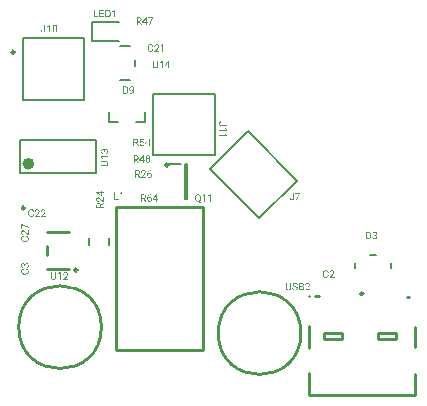
<source format=gto>
G04*
G04 #@! TF.GenerationSoftware,Altium Limited,Altium Designer,21.9.1 (22)*
G04*
G04 Layer_Color=65535*
%FSLAX25Y25*%
%MOIN*%
G70*
G04*
G04 #@! TF.SameCoordinates,A7415FA3-026C-4748-ABA7-5A76E8C983D3*
G04*
G04*
G04 #@! TF.FilePolarity,Positive*
G04*
G01*
G75*
%ADD10C,0.00984*%
%ADD11C,0.01968*%
%ADD12C,0.01000*%
%ADD13C,0.00787*%
%ADD14C,0.00800*%
G36*
X220453Y318695D02*
Y318365D01*
X218230Y319389D01*
Y318043D01*
X217970D01*
Y319723D01*
X218148D01*
X220453Y318695D01*
D02*
G37*
G36*
Y316161D02*
X220228D01*
X219273Y317019D01*
X219269Y317023D01*
X219262Y317026D01*
X219254Y317038D01*
X219238Y317050D01*
X219196Y317085D01*
X219149Y317123D01*
X219091Y317166D01*
X219033Y317209D01*
X218974Y317251D01*
X218920Y317283D01*
X218912Y317286D01*
X218897Y317294D01*
X218870Y317306D01*
X218835Y317321D01*
X218792Y317333D01*
X218746Y317345D01*
X218695Y317352D01*
X218641Y317356D01*
X218637D01*
X218633D01*
X218610D01*
X218571Y317349D01*
X218528Y317341D01*
X218478Y317325D01*
X218424Y317306D01*
X218373Y317275D01*
X218323Y317236D01*
X218319Y317232D01*
X218303Y317217D01*
X218284Y317189D01*
X218257Y317155D01*
X218233Y317108D01*
X218214Y317057D01*
X218198Y316995D01*
X218195Y316926D01*
Y316902D01*
X218198Y316887D01*
X218202Y316844D01*
X218210Y316790D01*
X218230Y316732D01*
X218253Y316670D01*
X218284Y316611D01*
X218330Y316557D01*
X218338Y316553D01*
X218354Y316538D01*
X218385Y316518D01*
X218427Y316495D01*
X218478Y316468D01*
X218544Y316448D01*
X218618Y316433D01*
X218703Y316429D01*
Y316111D01*
X218699D01*
X218687D01*
X218668D01*
X218645Y316115D01*
X218618Y316119D01*
X218583Y316122D01*
X218505Y316138D01*
X218416Y316165D01*
X218369Y316184D01*
X218323Y316204D01*
X218276Y316231D01*
X218233Y316258D01*
X218187Y316293D01*
X218148Y316332D01*
X218144Y316336D01*
X218140Y316344D01*
X218129Y316355D01*
X218113Y316371D01*
X218098Y316394D01*
X218082Y316421D01*
X218063Y316452D01*
X218039Y316491D01*
X218020Y316530D01*
X218001Y316572D01*
X217985Y316623D01*
X217970Y316677D01*
X217954Y316732D01*
X217942Y316794D01*
X217939Y316856D01*
X217935Y316926D01*
Y316961D01*
X217939Y316984D01*
Y317011D01*
X217942Y317046D01*
X217958Y317123D01*
X217977Y317209D01*
X218012Y317302D01*
X218055Y317387D01*
X218086Y317430D01*
X218117Y317469D01*
X218121Y317473D01*
X218125Y317477D01*
X218136Y317488D01*
X218152Y317500D01*
X218167Y317515D01*
X218191Y317531D01*
X218245Y317570D01*
X218315Y317608D01*
X218400Y317639D01*
X218493Y317663D01*
X218548Y317667D01*
X218602Y317670D01*
X218606D01*
X218618D01*
X218641Y317667D01*
X218668Y317663D01*
X218703Y317655D01*
X218746Y317647D01*
X218792Y317632D01*
X218850Y317612D01*
X218909Y317589D01*
X218978Y317558D01*
X219048Y317519D01*
X219126Y317473D01*
X219207Y317422D01*
X219293Y317360D01*
X219382Y317286D01*
X219475Y317205D01*
X220197Y316541D01*
Y317787D01*
X220453D01*
Y316161D01*
D02*
G37*
G36*
X219685Y315789D02*
X219708D01*
X219735Y315781D01*
X219766Y315777D01*
X219805Y315765D01*
X219847Y315754D01*
X219890Y315742D01*
X219987Y315703D01*
X220088Y315653D01*
X220139Y315622D01*
X220185Y315587D01*
X220232Y315544D01*
X220274Y315502D01*
X220278Y315498D01*
X220282Y315490D01*
X220294Y315478D01*
X220309Y315459D01*
X220325Y315432D01*
X220340Y315405D01*
X220360Y315370D01*
X220379Y315331D01*
X220402Y315284D01*
X220422Y315238D01*
X220437Y315183D01*
X220453Y315125D01*
X220468Y315063D01*
X220480Y314997D01*
X220484Y314927D01*
X220488Y314854D01*
Y314834D01*
X220484Y314811D01*
Y314780D01*
X220476Y314745D01*
X220472Y314698D01*
X220461Y314652D01*
X220449Y314601D01*
X220433Y314543D01*
X220410Y314489D01*
X220387Y314427D01*
X220356Y314369D01*
X220321Y314310D01*
X220278Y314252D01*
X220228Y314198D01*
X220173Y314147D01*
X220170Y314144D01*
X220158Y314136D01*
X220142Y314124D01*
X220115Y314105D01*
X220084Y314085D01*
X220045Y314066D01*
X220003Y314039D01*
X219948Y314016D01*
X219894Y313992D01*
X219828Y313969D01*
X219758Y313946D01*
X219685Y313926D01*
X219603Y313907D01*
X219518Y313895D01*
X219425Y313888D01*
X219328Y313884D01*
X219091D01*
X219087D01*
X219075D01*
X219056D01*
X219033Y313888D01*
X219002D01*
X218967Y313891D01*
X218928Y313895D01*
X218885Y313899D01*
X218792Y313915D01*
X218687Y313938D01*
X218583Y313965D01*
X218482Y314008D01*
X218478D01*
X218470Y314016D01*
X218455Y314019D01*
X218439Y314031D01*
X218416Y314043D01*
X218392Y314058D01*
X218330Y314097D01*
X218268Y314147D01*
X218198Y314210D01*
X218136Y314279D01*
X218078Y314357D01*
Y314361D01*
X218071Y314369D01*
X218067Y314380D01*
X218055Y314396D01*
X218043Y314419D01*
X218032Y314442D01*
X218020Y314473D01*
X218004Y314508D01*
X217981Y314582D01*
X217958Y314671D01*
X217942Y314772D01*
X217935Y314881D01*
Y314920D01*
X217939Y314947D01*
X217942Y314982D01*
X217946Y315020D01*
X217954Y315063D01*
X217962Y315110D01*
X217989Y315211D01*
X218004Y315261D01*
X218028Y315315D01*
X218055Y315366D01*
X218082Y315420D01*
X218117Y315467D01*
X218156Y315513D01*
X218160Y315517D01*
X218167Y315525D01*
X218179Y315536D01*
X218195Y315552D01*
X218218Y315571D01*
X218245Y315591D01*
X218280Y315614D01*
X218315Y315637D01*
X218358Y315665D01*
X218404Y315688D01*
X218455Y315711D01*
X218509Y315734D01*
X218567Y315754D01*
X218629Y315769D01*
X218699Y315785D01*
X218769Y315793D01*
Y315467D01*
X218765D01*
X218757Y315463D01*
X218742D01*
X218718Y315459D01*
X218695Y315451D01*
X218668Y315447D01*
X218602Y315428D01*
X218532Y315401D01*
X218462Y315370D01*
X218392Y315331D01*
X218365Y315308D01*
X218338Y315280D01*
X218330Y315273D01*
X218315Y315253D01*
X218296Y315222D01*
X218268Y315176D01*
X218245Y315121D01*
X218222Y315052D01*
X218206Y314970D01*
X218202Y314881D01*
Y314850D01*
X218206Y314830D01*
X218210Y314803D01*
X218214Y314772D01*
X218230Y314702D01*
X218261Y314621D01*
X218276Y314582D01*
X218299Y314539D01*
X218327Y314501D01*
X218358Y314462D01*
X218392Y314423D01*
X218435Y314388D01*
X218439D01*
X218447Y314380D01*
X218459Y314372D01*
X218478Y314361D01*
X218501Y314349D01*
X218532Y314334D01*
X218567Y314318D01*
X218606Y314303D01*
X218649Y314283D01*
X218699Y314268D01*
X218753Y314252D01*
X218812Y314241D01*
X218878Y314229D01*
X218947Y314221D01*
X219021Y314217D01*
X219099Y314213D01*
X219339D01*
X219343D01*
X219359D01*
X219378D01*
X219405Y314217D01*
X219440D01*
X219479Y314221D01*
X219522Y314229D01*
X219572Y314233D01*
X219673Y314256D01*
X219782Y314283D01*
X219886Y314326D01*
X219937Y314349D01*
X219983Y314380D01*
X219987Y314384D01*
X219995Y314388D01*
X220007Y314400D01*
X220018Y314411D01*
X220057Y314450D01*
X220100Y314504D01*
X220146Y314570D01*
X220181Y314652D01*
X220197Y314698D01*
X220208Y314745D01*
X220216Y314799D01*
X220220Y314854D01*
Y314881D01*
X220216Y314900D01*
Y314920D01*
X220212Y314947D01*
X220204Y315009D01*
X220189Y315075D01*
X220170Y315145D01*
X220139Y315211D01*
X220100Y315269D01*
X220092Y315277D01*
X220076Y315292D01*
X220045Y315319D01*
X219999Y315350D01*
X219941Y315381D01*
X219906Y315397D01*
X219867Y315416D01*
X219824Y315428D01*
X219774Y315443D01*
X219723Y315455D01*
X219669Y315467D01*
Y315793D01*
X219673D01*
X219685Y315789D01*
D02*
G37*
G36*
X254887Y365704D02*
X254918Y365700D01*
X254953Y365692D01*
X254992Y365685D01*
X255035Y365673D01*
X255081Y365657D01*
X255128Y365642D01*
X255178Y365619D01*
X255225Y365592D01*
X255272Y365560D01*
X255318Y365522D01*
X255361Y365483D01*
X255403Y365432D01*
X255407Y365428D01*
X255411Y365421D01*
X255423Y365405D01*
X255438Y365382D01*
X255454Y365355D01*
X255469Y365320D01*
X255489Y365281D01*
X255512Y365234D01*
X255532Y365184D01*
X255551Y365126D01*
X255566Y365068D01*
X255582Y364998D01*
X255597Y364928D01*
X255609Y364850D01*
X255613Y364765D01*
X255617Y364680D01*
Y364587D01*
Y364583D01*
Y364579D01*
Y364556D01*
Y364517D01*
X255613Y364470D01*
X255609Y364408D01*
X255601Y364342D01*
X255594Y364264D01*
X255582Y364183D01*
X255566Y364098D01*
X255547Y364012D01*
X255524Y363923D01*
X255497Y363838D01*
X255462Y363752D01*
X255423Y363671D01*
X255380Y363597D01*
X255330Y363531D01*
X255326Y363527D01*
X255318Y363516D01*
X255299Y363500D01*
X255275Y363481D01*
X255244Y363454D01*
X255209Y363426D01*
X255163Y363395D01*
X255112Y363364D01*
X255058Y363333D01*
X254992Y363302D01*
X254922Y363271D01*
X254845Y363248D01*
X254759Y363225D01*
X254666Y363205D01*
X254569Y363194D01*
X254465Y363190D01*
X254406D01*
Y363457D01*
X254511D01*
X254538Y363461D01*
X254569Y363465D01*
X254608Y363469D01*
X254647Y363477D01*
X254693Y363485D01*
X254790Y363508D01*
X254887Y363543D01*
X254938Y363566D01*
X254984Y363589D01*
X255027Y363620D01*
X255070Y363655D01*
X255074Y363659D01*
X255078Y363663D01*
X255089Y363675D01*
X255105Y363694D01*
X255120Y363714D01*
X255136Y363741D01*
X255155Y363772D01*
X255178Y363807D01*
X255198Y363849D01*
X255217Y363896D01*
X255237Y363946D01*
X255256Y364001D01*
X255272Y364063D01*
X255283Y364133D01*
X255295Y364202D01*
X255299Y364280D01*
X255295Y364276D01*
X255283Y364261D01*
X255260Y364237D01*
X255233Y364210D01*
X255198Y364179D01*
X255159Y364148D01*
X255112Y364117D01*
X255062Y364090D01*
X255054Y364086D01*
X255039Y364078D01*
X255012Y364067D01*
X254973Y364055D01*
X254930Y364043D01*
X254880Y364032D01*
X254821Y364024D01*
X254763Y364020D01*
X254728D01*
X254686Y364024D01*
X254635Y364032D01*
X254577Y364047D01*
X254511Y364063D01*
X254449Y364090D01*
X254387Y364125D01*
X254379Y364129D01*
X254360Y364144D01*
X254333Y364167D01*
X254298Y364202D01*
X254255Y364241D01*
X254216Y364292D01*
X254173Y364354D01*
X254139Y364420D01*
Y364424D01*
X254135Y364427D01*
X254131Y364439D01*
X254127Y364455D01*
X254111Y364493D01*
X254096Y364548D01*
X254080Y364610D01*
X254065Y364684D01*
X254057Y364761D01*
X254053Y364846D01*
Y364850D01*
Y364858D01*
Y364870D01*
Y364889D01*
X254057Y364909D01*
Y364936D01*
X254065Y364994D01*
X254077Y365064D01*
X254092Y365141D01*
X254115Y365215D01*
X254146Y365293D01*
Y365297D01*
X254150Y365300D01*
X254166Y365328D01*
X254185Y365363D01*
X254216Y365405D01*
X254255Y365456D01*
X254302Y365506D01*
X254356Y365557D01*
X254418Y365599D01*
X254422D01*
X254426Y365603D01*
X254449Y365615D01*
X254484Y365634D01*
X254534Y365654D01*
X254592Y365673D01*
X254662Y365692D01*
X254740Y365704D01*
X254825Y365708D01*
X254860D01*
X254887Y365704D01*
D02*
G37*
G36*
X252637Y365669D02*
X252664D01*
X252699Y365665D01*
X252738Y365661D01*
X252777Y365654D01*
X252866Y365638D01*
X252963Y365611D01*
X253060Y365576D01*
X253157Y365529D01*
X253161D01*
X253169Y365522D01*
X253180Y365514D01*
X253200Y365502D01*
X253242Y365471D01*
X253297Y365425D01*
X253359Y365366D01*
X253425Y365297D01*
X253487Y365211D01*
X253541Y365118D01*
Y365114D01*
X253549Y365107D01*
X253553Y365091D01*
X253564Y365072D01*
X253572Y365048D01*
X253584Y365017D01*
X253595Y364982D01*
X253611Y364944D01*
X253623Y364901D01*
X253634Y364854D01*
X253658Y364753D01*
X253673Y364637D01*
X253681Y364513D01*
Y364354D01*
Y364350D01*
Y364338D01*
Y364319D01*
X253677Y364296D01*
Y364264D01*
X253673Y364230D01*
X253669Y364191D01*
X253665Y364144D01*
X253646Y364051D01*
X253623Y363946D01*
X253591Y363842D01*
X253545Y363737D01*
Y363733D01*
X253537Y363725D01*
X253529Y363714D01*
X253522Y363694D01*
X253506Y363671D01*
X253491Y363648D01*
X253444Y363585D01*
X253390Y363523D01*
X253324Y363454D01*
X253246Y363388D01*
X253157Y363329D01*
X253153D01*
X253145Y363322D01*
X253130Y363318D01*
X253114Y363306D01*
X253087Y363298D01*
X253060Y363287D01*
X253025Y363271D01*
X252990Y363260D01*
X252947Y363248D01*
X252905Y363232D01*
X252804Y363213D01*
X252691Y363197D01*
X252571Y363190D01*
X251884D01*
Y365673D01*
X252614D01*
X252637Y365669D01*
D02*
G37*
G36*
X221382Y324722D02*
X221417Y324718D01*
X221456Y324714D01*
X221499Y324706D01*
X221545Y324698D01*
X221646Y324671D01*
X221697Y324656D01*
X221751Y324632D01*
X221801Y324605D01*
X221856Y324578D01*
X221902Y324543D01*
X221949Y324504D01*
X221953Y324500D01*
X221960Y324493D01*
X221972Y324481D01*
X221988Y324465D01*
X222007Y324442D01*
X222026Y324415D01*
X222050Y324380D01*
X222073Y324345D01*
X222100Y324302D01*
X222123Y324256D01*
X222147Y324205D01*
X222170Y324151D01*
X222189Y324093D01*
X222205Y324031D01*
X222220Y323961D01*
X222228Y323891D01*
X221902D01*
Y323895D01*
X221898Y323903D01*
Y323918D01*
X221895Y323942D01*
X221887Y323965D01*
X221883Y323992D01*
X221864Y324058D01*
X221836Y324128D01*
X221805Y324198D01*
X221766Y324268D01*
X221743Y324295D01*
X221716Y324322D01*
X221708Y324330D01*
X221689Y324345D01*
X221658Y324364D01*
X221611Y324392D01*
X221557Y324415D01*
X221487Y324438D01*
X221406Y324454D01*
X221316Y324458D01*
X221285D01*
X221266Y324454D01*
X221239Y324450D01*
X221208Y324446D01*
X221138Y324430D01*
X221056Y324399D01*
X221018Y324384D01*
X220975Y324361D01*
X220936Y324334D01*
X220897Y324302D01*
X220859Y324268D01*
X220824Y324225D01*
Y324221D01*
X220816Y324213D01*
X220808Y324201D01*
X220796Y324182D01*
X220785Y324159D01*
X220769Y324128D01*
X220754Y324093D01*
X220738Y324054D01*
X220719Y324011D01*
X220703Y323961D01*
X220688Y323907D01*
X220676Y323849D01*
X220665Y323782D01*
X220657Y323713D01*
X220653Y323639D01*
X220649Y323561D01*
Y323321D01*
Y323317D01*
Y323301D01*
Y323282D01*
X220653Y323255D01*
Y323220D01*
X220657Y323181D01*
X220665Y323138D01*
X220668Y323088D01*
X220692Y322987D01*
X220719Y322879D01*
X220761Y322774D01*
X220785Y322723D01*
X220816Y322677D01*
X220820Y322673D01*
X220824Y322665D01*
X220835Y322653D01*
X220847Y322642D01*
X220886Y322603D01*
X220940Y322560D01*
X221006Y322514D01*
X221088Y322479D01*
X221134Y322463D01*
X221181Y322452D01*
X221235Y322444D01*
X221289Y322440D01*
X221316D01*
X221336Y322444D01*
X221355D01*
X221382Y322448D01*
X221444Y322456D01*
X221510Y322471D01*
X221580Y322491D01*
X221646Y322521D01*
X221704Y322560D01*
X221712Y322568D01*
X221728Y322584D01*
X221755Y322615D01*
X221786Y322661D01*
X221817Y322719D01*
X221832Y322754D01*
X221852Y322793D01*
X221864Y322836D01*
X221879Y322886D01*
X221891Y322937D01*
X221902Y322991D01*
X222228D01*
Y322987D01*
X222224Y322975D01*
Y322952D01*
X222217Y322925D01*
X222213Y322894D01*
X222201Y322855D01*
X222189Y322813D01*
X222178Y322770D01*
X222139Y322673D01*
X222089Y322572D01*
X222058Y322521D01*
X222023Y322475D01*
X221980Y322428D01*
X221937Y322386D01*
X221933Y322382D01*
X221926Y322378D01*
X221914Y322366D01*
X221895Y322351D01*
X221867Y322335D01*
X221840Y322320D01*
X221805Y322300D01*
X221766Y322281D01*
X221720Y322258D01*
X221673Y322238D01*
X221619Y322223D01*
X221561Y322207D01*
X221499Y322192D01*
X221433Y322180D01*
X221363Y322176D01*
X221289Y322172D01*
X221270D01*
X221247Y322176D01*
X221216D01*
X221181Y322184D01*
X221134Y322188D01*
X221088Y322200D01*
X221037Y322211D01*
X220979Y322227D01*
X220924Y322250D01*
X220862Y322273D01*
X220804Y322304D01*
X220746Y322339D01*
X220688Y322382D01*
X220634Y322432D01*
X220583Y322487D01*
X220579Y322491D01*
X220571Y322502D01*
X220560Y322518D01*
X220540Y322545D01*
X220521Y322576D01*
X220502Y322615D01*
X220474Y322657D01*
X220451Y322712D01*
X220428Y322766D01*
X220405Y322832D01*
X220381Y322902D01*
X220362Y322975D01*
X220342Y323057D01*
X220331Y323142D01*
X220323Y323235D01*
X220319Y323332D01*
Y323569D01*
Y323573D01*
Y323585D01*
Y323604D01*
X220323Y323627D01*
Y323658D01*
X220327Y323693D01*
X220331Y323732D01*
X220335Y323775D01*
X220350Y323868D01*
X220374Y323973D01*
X220401Y324077D01*
X220443Y324178D01*
Y324182D01*
X220451Y324190D01*
X220455Y324205D01*
X220467Y324221D01*
X220478Y324244D01*
X220494Y324268D01*
X220533Y324330D01*
X220583Y324392D01*
X220645Y324462D01*
X220715Y324524D01*
X220793Y324582D01*
X220796D01*
X220804Y324589D01*
X220816Y324593D01*
X220831Y324605D01*
X220855Y324617D01*
X220878Y324628D01*
X220909Y324640D01*
X220944Y324656D01*
X221018Y324679D01*
X221107Y324702D01*
X221208Y324718D01*
X221316Y324725D01*
X221355D01*
X221382Y324722D01*
D02*
G37*
G36*
X225379D02*
X225406D01*
X225441Y324718D01*
X225518Y324702D01*
X225604Y324683D01*
X225697Y324648D01*
X225782Y324605D01*
X225825Y324574D01*
X225864Y324543D01*
X225868Y324539D01*
X225871Y324535D01*
X225883Y324524D01*
X225895Y324508D01*
X225910Y324493D01*
X225926Y324469D01*
X225965Y324415D01*
X226003Y324345D01*
X226034Y324260D01*
X226058Y324167D01*
X226062Y324112D01*
X226065Y324058D01*
Y324054D01*
Y324043D01*
X226062Y324019D01*
X226058Y323992D01*
X226050Y323957D01*
X226042Y323914D01*
X226027Y323868D01*
X226007Y323810D01*
X225984Y323751D01*
X225953Y323682D01*
X225914Y323612D01*
X225868Y323534D01*
X225817Y323453D01*
X225755Y323367D01*
X225681Y323278D01*
X225600Y323185D01*
X224936Y322463D01*
X226182D01*
Y322207D01*
X224556D01*
Y322432D01*
X225414Y323387D01*
X225417Y323391D01*
X225421Y323398D01*
X225433Y323406D01*
X225445Y323422D01*
X225480Y323464D01*
X225518Y323511D01*
X225561Y323569D01*
X225604Y323627D01*
X225646Y323686D01*
X225677Y323740D01*
X225681Y323748D01*
X225689Y323763D01*
X225701Y323790D01*
X225716Y323825D01*
X225728Y323868D01*
X225740Y323914D01*
X225747Y323965D01*
X225751Y324019D01*
Y324023D01*
Y324027D01*
Y324050D01*
X225744Y324089D01*
X225736Y324132D01*
X225720Y324182D01*
X225701Y324236D01*
X225670Y324287D01*
X225631Y324337D01*
X225627Y324341D01*
X225611Y324357D01*
X225584Y324376D01*
X225550Y324403D01*
X225503Y324427D01*
X225452Y324446D01*
X225390Y324462D01*
X225321Y324465D01*
X225297D01*
X225282Y324462D01*
X225239Y324458D01*
X225185Y324450D01*
X225127Y324430D01*
X225064Y324407D01*
X225006Y324376D01*
X224952Y324330D01*
X224948Y324322D01*
X224933Y324306D01*
X224913Y324275D01*
X224890Y324233D01*
X224863Y324182D01*
X224843Y324116D01*
X224828Y324043D01*
X224824Y323957D01*
X224506D01*
Y323961D01*
Y323973D01*
Y323992D01*
X224510Y324015D01*
X224514Y324043D01*
X224517Y324077D01*
X224533Y324155D01*
X224560Y324244D01*
X224580Y324291D01*
X224599Y324337D01*
X224626Y324384D01*
X224653Y324427D01*
X224688Y324473D01*
X224727Y324512D01*
X224731Y324516D01*
X224739Y324520D01*
X224750Y324531D01*
X224766Y324547D01*
X224789Y324562D01*
X224816Y324578D01*
X224847Y324597D01*
X224886Y324621D01*
X224925Y324640D01*
X224968Y324659D01*
X225018Y324675D01*
X225072Y324690D01*
X225127Y324706D01*
X225189Y324718D01*
X225251Y324722D01*
X225321Y324725D01*
X225356D01*
X225379Y324722D01*
D02*
G37*
G36*
X223419D02*
X223446D01*
X223481Y324718D01*
X223559Y324702D01*
X223644Y324683D01*
X223738Y324648D01*
X223823Y324605D01*
X223866Y324574D01*
X223904Y324543D01*
X223908Y324539D01*
X223912Y324535D01*
X223924Y324524D01*
X223935Y324508D01*
X223951Y324493D01*
X223966Y324469D01*
X224005Y324415D01*
X224044Y324345D01*
X224075Y324260D01*
X224098Y324167D01*
X224102Y324112D01*
X224106Y324058D01*
Y324054D01*
Y324043D01*
X224102Y324019D01*
X224098Y323992D01*
X224091Y323957D01*
X224083Y323914D01*
X224067Y323868D01*
X224048Y323810D01*
X224025Y323751D01*
X223994Y323682D01*
X223955Y323612D01*
X223908Y323534D01*
X223858Y323453D01*
X223796Y323367D01*
X223722Y323278D01*
X223640Y323185D01*
X222977Y322463D01*
X224222D01*
Y322207D01*
X222597D01*
Y322432D01*
X223454Y323387D01*
X223458Y323391D01*
X223462Y323398D01*
X223474Y323406D01*
X223485Y323422D01*
X223520Y323464D01*
X223559Y323511D01*
X223602Y323569D01*
X223644Y323627D01*
X223687Y323686D01*
X223718Y323740D01*
X223722Y323748D01*
X223730Y323763D01*
X223741Y323790D01*
X223757Y323825D01*
X223769Y323868D01*
X223780Y323914D01*
X223788Y323965D01*
X223792Y324019D01*
Y324023D01*
Y324027D01*
Y324050D01*
X223784Y324089D01*
X223776Y324132D01*
X223761Y324182D01*
X223741Y324236D01*
X223710Y324287D01*
X223672Y324337D01*
X223668Y324341D01*
X223652Y324357D01*
X223625Y324376D01*
X223590Y324403D01*
X223544Y324427D01*
X223493Y324446D01*
X223431Y324462D01*
X223361Y324465D01*
X223338D01*
X223322Y324462D01*
X223280Y324458D01*
X223225Y324450D01*
X223167Y324430D01*
X223105Y324407D01*
X223047Y324376D01*
X222992Y324330D01*
X222989Y324322D01*
X222973Y324306D01*
X222954Y324275D01*
X222931Y324233D01*
X222903Y324182D01*
X222884Y324116D01*
X222868Y324043D01*
X222865Y323957D01*
X222546D01*
Y323961D01*
Y323973D01*
Y323992D01*
X222550Y324015D01*
X222554Y324043D01*
X222558Y324077D01*
X222573Y324155D01*
X222601Y324244D01*
X222620Y324291D01*
X222639Y324337D01*
X222667Y324384D01*
X222694Y324427D01*
X222729Y324473D01*
X222767Y324512D01*
X222771Y324516D01*
X222779Y324520D01*
X222791Y324531D01*
X222806Y324547D01*
X222830Y324562D01*
X222857Y324578D01*
X222888Y324597D01*
X222927Y324621D01*
X222965Y324640D01*
X223008Y324659D01*
X223059Y324675D01*
X223113Y324690D01*
X223167Y324706D01*
X223229Y324718D01*
X223291Y324722D01*
X223361Y324725D01*
X223396D01*
X223419Y324722D01*
D02*
G37*
G36*
X263612Y372510D02*
Y372506D01*
Y372495D01*
Y372476D01*
X263608Y372452D01*
X263604Y372421D01*
X263600Y372386D01*
X263592Y372351D01*
X263585Y372309D01*
X263558Y372216D01*
X263542Y372169D01*
X263519Y372122D01*
X263492Y372072D01*
X263464Y372025D01*
X263429Y371979D01*
X263391Y371936D01*
X263387Y371932D01*
X263379Y371928D01*
X263367Y371917D01*
X263352Y371901D01*
X263329Y371886D01*
X263301Y371866D01*
X263270Y371843D01*
X263235Y371824D01*
X263197Y371800D01*
X263150Y371777D01*
X263100Y371758D01*
X263049Y371738D01*
X262991Y371723D01*
X262929Y371707D01*
X262867Y371696D01*
X262797Y371688D01*
X262712Y371684D01*
X262673D01*
X262646Y371688D01*
X262611Y371692D01*
X262568Y371696D01*
X262525Y371703D01*
X262479Y371711D01*
X262374Y371738D01*
X262265Y371777D01*
X262211Y371800D01*
X262157Y371831D01*
X262106Y371862D01*
X262060Y371901D01*
X262056Y371905D01*
X262048Y371913D01*
X262036Y371924D01*
X262021Y371940D01*
X262005Y371963D01*
X261982Y371990D01*
X261963Y372025D01*
X261940Y372060D01*
X261916Y372099D01*
X261893Y372146D01*
X261874Y372196D01*
X261854Y372250D01*
X261839Y372309D01*
X261827Y372371D01*
X261819Y372437D01*
X261815Y372506D01*
Y374202D01*
X262141D01*
Y372518D01*
Y372514D01*
Y372506D01*
Y372491D01*
X262145Y372476D01*
Y372452D01*
X262149Y372425D01*
X262161Y372363D01*
X262176Y372297D01*
X262203Y372227D01*
X262238Y372161D01*
X262289Y372099D01*
X262297Y372091D01*
X262316Y372076D01*
X262351Y372053D01*
X262397Y372025D01*
X262456Y371998D01*
X262529Y371975D01*
X262615Y371959D01*
X262712Y371952D01*
X262739D01*
X262758Y371955D01*
X262782D01*
X262809Y371959D01*
X262871Y371971D01*
X262941Y371987D01*
X263010Y372014D01*
X263076Y372049D01*
X263138Y372099D01*
X263146Y372107D01*
X263162Y372126D01*
X263185Y372161D01*
X263212Y372208D01*
X263239Y372266D01*
X263263Y372336D01*
X263278Y372421D01*
X263286Y372514D01*
Y374202D01*
X263612D01*
Y372510D01*
D02*
G37*
G36*
X267340Y372553D02*
X267686D01*
Y372297D01*
X267340D01*
Y371719D01*
X267022D01*
Y372297D01*
X265893D01*
Y372479D01*
X267003Y374202D01*
X267340D01*
Y372553D01*
D02*
G37*
G36*
X265086Y371719D02*
X264768D01*
Y373822D01*
X264132Y373589D01*
Y373876D01*
X265036Y374214D01*
X265086D01*
Y371719D01*
D02*
G37*
G36*
X246317Y344765D02*
X246344Y344761D01*
X246379Y344757D01*
X246452Y344742D01*
X246538Y344715D01*
X246627Y344676D01*
X246670Y344653D01*
X246712Y344625D01*
X246755Y344590D01*
X246794Y344552D01*
X246798Y344548D01*
X246801Y344540D01*
X246813Y344529D01*
X246825Y344513D01*
X246840Y344490D01*
X246856Y344466D01*
X246871Y344435D01*
X246891Y344400D01*
X246910Y344362D01*
X246926Y344319D01*
X246957Y344222D01*
X246980Y344109D01*
X246984Y344051D01*
X246988Y343985D01*
Y343950D01*
X246984Y343927D01*
Y343896D01*
X246976Y343865D01*
X246972Y343826D01*
X246964Y343783D01*
X246941Y343694D01*
X246910Y343597D01*
X246864Y343504D01*
X246832Y343458D01*
X246801Y343415D01*
X246798Y343411D01*
X246794Y343407D01*
X246782Y343395D01*
X246767Y343380D01*
X246747Y343364D01*
X246724Y343345D01*
X246666Y343306D01*
X246596Y343267D01*
X246511Y343232D01*
X246410Y343205D01*
X246359Y343201D01*
X246301Y343198D01*
Y343516D01*
X246305D01*
X246309D01*
X246332Y343520D01*
X246371Y343524D01*
X246413Y343531D01*
X246464Y343547D01*
X246518Y343570D01*
X246569Y343597D01*
X246615Y343640D01*
X246619Y343648D01*
X246635Y343663D01*
X246650Y343690D01*
X246673Y343733D01*
X246693Y343780D01*
X246712Y343842D01*
X246728Y343908D01*
X246732Y343985D01*
Y344008D01*
X246728Y344024D01*
X246724Y344063D01*
X246716Y344113D01*
X246705Y344172D01*
X246681Y344230D01*
X246654Y344284D01*
X246615Y344335D01*
X246611Y344338D01*
X246592Y344354D01*
X246565Y344373D01*
X246526Y344396D01*
X246479Y344416D01*
X246417Y344435D01*
X246347Y344451D01*
X246270Y344455D01*
X246266D01*
X246262D01*
X246251D01*
X246235D01*
X246196Y344447D01*
X246146Y344439D01*
X246091Y344424D01*
X246037Y344400D01*
X245983Y344366D01*
X245936Y344323D01*
X245932Y344315D01*
X245917Y344300D01*
X245897Y344268D01*
X245874Y344226D01*
X245855Y344172D01*
X245831Y344106D01*
X245820Y344028D01*
X245812Y343939D01*
Y343702D01*
X245556D01*
Y343977D01*
X245548Y344016D01*
X245540Y344067D01*
X245529Y344121D01*
X245509Y344179D01*
X245482Y344237D01*
X245444Y344288D01*
X245440Y344292D01*
X245420Y344307D01*
X245397Y344327D01*
X245362Y344354D01*
X245315Y344377D01*
X245265Y344396D01*
X245203Y344412D01*
X245133Y344416D01*
X245129D01*
X245114D01*
X245094Y344412D01*
X245063Y344408D01*
X245032Y344404D01*
X244993Y344393D01*
X244955Y344381D01*
X244912Y344362D01*
X244873Y344338D01*
X244834Y344311D01*
X244795Y344276D01*
X244764Y344234D01*
X244733Y344183D01*
X244714Y344125D01*
X244699Y344059D01*
X244695Y343981D01*
Y343947D01*
X244702Y343912D01*
X244710Y343865D01*
X244726Y343814D01*
X244745Y343760D01*
X244776Y343706D01*
X244815Y343655D01*
X244819Y343652D01*
X244834Y343636D01*
X244862Y343617D01*
X244896Y343597D01*
X244939Y343574D01*
X244993Y343555D01*
X245056Y343539D01*
X245121Y343535D01*
Y343221D01*
X245118D01*
X245110D01*
X245094D01*
X245071Y343225D01*
X245048Y343229D01*
X245017Y343232D01*
X244951Y343248D01*
X244873Y343271D01*
X244792Y343310D01*
X244749Y343337D01*
X244710Y343364D01*
X244671Y343395D01*
X244633Y343434D01*
X244629Y343438D01*
X244625Y343446D01*
X244613Y343458D01*
X244601Y343473D01*
X244586Y343496D01*
X244570Y343520D01*
X244551Y343551D01*
X244532Y343586D01*
X244497Y343663D01*
X244466Y343756D01*
X244442Y343865D01*
X244439Y343919D01*
X244435Y343981D01*
Y344016D01*
X244439Y344040D01*
Y344071D01*
X244442Y344106D01*
X244458Y344183D01*
X244481Y344272D01*
X244512Y344362D01*
X244559Y344451D01*
X244590Y344494D01*
X244621Y344532D01*
X244625Y344536D01*
X244629Y344540D01*
X244640Y344552D01*
X244656Y344563D01*
X244675Y344579D01*
X244699Y344594D01*
X244726Y344614D01*
X244757Y344633D01*
X244830Y344672D01*
X244916Y344703D01*
X245021Y344726D01*
X245075Y344730D01*
X245137Y344734D01*
X245145D01*
X245164D01*
X245195Y344730D01*
X245238Y344722D01*
X245284Y344707D01*
X245339Y344691D01*
X245393Y344664D01*
X245451Y344629D01*
X245459Y344625D01*
X245475Y344610D01*
X245502Y344587D01*
X245537Y344556D01*
X245575Y344513D01*
X245610Y344462D01*
X245649Y344408D01*
X245680Y344342D01*
Y344346D01*
X245684Y344350D01*
X245688Y344362D01*
X245692Y344377D01*
X245707Y344412D01*
X245731Y344459D01*
X245758Y344509D01*
X245797Y344563D01*
X245839Y344614D01*
X245894Y344656D01*
X245901Y344660D01*
X245921Y344676D01*
X245952Y344691D01*
X245994Y344715D01*
X246049Y344734D01*
X246111Y344754D01*
X246185Y344765D01*
X246262Y344769D01*
X246266D01*
X246278D01*
X246293D01*
X246317Y344765D01*
D02*
G37*
G36*
X246953Y342003D02*
X244850D01*
X245083Y341366D01*
X244795D01*
X244458Y342270D01*
Y342321D01*
X246953D01*
Y342003D01*
D02*
G37*
G36*
X246219Y340843D02*
X246251Y340839D01*
X246285Y340835D01*
X246320Y340827D01*
X246363Y340819D01*
X246456Y340792D01*
X246503Y340776D01*
X246549Y340753D01*
X246600Y340726D01*
X246646Y340699D01*
X246693Y340664D01*
X246736Y340625D01*
X246739Y340621D01*
X246743Y340614D01*
X246755Y340602D01*
X246770Y340586D01*
X246786Y340563D01*
X246805Y340536D01*
X246829Y340505D01*
X246848Y340470D01*
X246871Y340431D01*
X246895Y340385D01*
X246914Y340334D01*
X246933Y340284D01*
X246949Y340226D01*
X246964Y340163D01*
X246976Y340101D01*
X246984Y340032D01*
X246988Y339946D01*
Y339907D01*
X246984Y339880D01*
X246980Y339845D01*
X246976Y339803D01*
X246968Y339760D01*
X246961Y339713D01*
X246933Y339609D01*
X246895Y339500D01*
X246871Y339446D01*
X246840Y339391D01*
X246809Y339341D01*
X246770Y339294D01*
X246767Y339290D01*
X246759Y339283D01*
X246747Y339271D01*
X246732Y339255D01*
X246708Y339240D01*
X246681Y339217D01*
X246646Y339197D01*
X246611Y339174D01*
X246573Y339151D01*
X246526Y339127D01*
X246476Y339108D01*
X246421Y339089D01*
X246363Y339073D01*
X246301Y339061D01*
X246235Y339054D01*
X246165Y339050D01*
X244470D01*
Y339376D01*
X246153D01*
X246157D01*
X246165D01*
X246181D01*
X246196Y339380D01*
X246219D01*
X246247Y339384D01*
X246309Y339395D01*
X246375Y339411D01*
X246445Y339438D01*
X246511Y339473D01*
X246573Y339523D01*
X246580Y339531D01*
X246596Y339550D01*
X246619Y339585D01*
X246646Y339632D01*
X246673Y339690D01*
X246697Y339764D01*
X246712Y339849D01*
X246720Y339946D01*
Y339973D01*
X246716Y339993D01*
Y340016D01*
X246712Y340043D01*
X246701Y340105D01*
X246685Y340175D01*
X246658Y340245D01*
X246623Y340311D01*
X246573Y340373D01*
X246565Y340381D01*
X246545Y340396D01*
X246511Y340420D01*
X246464Y340447D01*
X246406Y340474D01*
X246336Y340497D01*
X246251Y340513D01*
X246157Y340520D01*
X244470D01*
Y340846D01*
X246161D01*
X246165D01*
X246177D01*
X246196D01*
X246219Y340843D01*
D02*
G37*
G36*
X229637Y301999D02*
Y301995D01*
Y301983D01*
Y301964D01*
X229633Y301940D01*
X229629Y301909D01*
X229625Y301875D01*
X229618Y301840D01*
X229610Y301797D01*
X229583Y301704D01*
X229567Y301657D01*
X229544Y301611D01*
X229517Y301560D01*
X229490Y301514D01*
X229455Y301467D01*
X229416Y301425D01*
X229412Y301421D01*
X229404Y301417D01*
X229393Y301405D01*
X229377Y301390D01*
X229354Y301374D01*
X229327Y301355D01*
X229296Y301331D01*
X229261Y301312D01*
X229222Y301289D01*
X229175Y301265D01*
X229125Y301246D01*
X229074Y301227D01*
X229016Y301211D01*
X228954Y301196D01*
X228892Y301184D01*
X228822Y301176D01*
X228737Y301172D01*
X228698D01*
X228671Y301176D01*
X228636Y301180D01*
X228593Y301184D01*
X228551Y301192D01*
X228504Y301200D01*
X228399Y301227D01*
X228291Y301265D01*
X228236Y301289D01*
X228182Y301320D01*
X228132Y301351D01*
X228085Y301390D01*
X228081Y301394D01*
X228073Y301401D01*
X228062Y301413D01*
X228046Y301428D01*
X228031Y301452D01*
X228007Y301479D01*
X227988Y301514D01*
X227965Y301549D01*
X227941Y301588D01*
X227918Y301634D01*
X227899Y301684D01*
X227879Y301739D01*
X227864Y301797D01*
X227852Y301859D01*
X227845Y301925D01*
X227841Y301995D01*
Y303690D01*
X228167D01*
Y302007D01*
Y302003D01*
Y301995D01*
Y301979D01*
X228170Y301964D01*
Y301940D01*
X228174Y301913D01*
X228186Y301851D01*
X228201Y301785D01*
X228229Y301715D01*
X228263Y301649D01*
X228314Y301588D01*
X228322Y301580D01*
X228341Y301564D01*
X228376Y301541D01*
X228423Y301514D01*
X228481Y301487D01*
X228555Y301463D01*
X228640Y301448D01*
X228737Y301440D01*
X228764D01*
X228783Y301444D01*
X228807D01*
X228834Y301448D01*
X228896Y301459D01*
X228966Y301475D01*
X229036Y301502D01*
X229102Y301537D01*
X229164Y301588D01*
X229171Y301595D01*
X229187Y301615D01*
X229210Y301649D01*
X229237Y301696D01*
X229264Y301754D01*
X229288Y301824D01*
X229303Y301909D01*
X229311Y302003D01*
Y303690D01*
X229637D01*
Y301999D01*
D02*
G37*
G36*
X232857Y303721D02*
X232885D01*
X232920Y303718D01*
X232997Y303702D01*
X233083Y303683D01*
X233176Y303648D01*
X233261Y303605D01*
X233304Y303574D01*
X233342Y303543D01*
X233346Y303539D01*
X233350Y303535D01*
X233362Y303524D01*
X233373Y303508D01*
X233389Y303492D01*
X233404Y303469D01*
X233443Y303415D01*
X233482Y303345D01*
X233513Y303260D01*
X233536Y303167D01*
X233540Y303112D01*
X233544Y303058D01*
Y303054D01*
Y303043D01*
X233540Y303019D01*
X233536Y302992D01*
X233529Y302957D01*
X233521Y302914D01*
X233505Y302868D01*
X233486Y302810D01*
X233463Y302751D01*
X233432Y302682D01*
X233393Y302612D01*
X233346Y302534D01*
X233296Y302453D01*
X233234Y302367D01*
X233160Y302278D01*
X233079Y302185D01*
X232415Y301463D01*
X233661D01*
Y301207D01*
X232035D01*
Y301432D01*
X232892Y302387D01*
X232896Y302391D01*
X232900Y302398D01*
X232912Y302406D01*
X232923Y302422D01*
X232958Y302464D01*
X232997Y302511D01*
X233040Y302569D01*
X233083Y302627D01*
X233125Y302685D01*
X233156Y302740D01*
X233160Y302748D01*
X233168Y302763D01*
X233179Y302790D01*
X233195Y302825D01*
X233207Y302868D01*
X233218Y302914D01*
X233226Y302965D01*
X233230Y303019D01*
Y303023D01*
Y303027D01*
Y303050D01*
X233222Y303089D01*
X233214Y303132D01*
X233199Y303182D01*
X233179Y303237D01*
X233148Y303287D01*
X233110Y303337D01*
X233106Y303341D01*
X233090Y303357D01*
X233063Y303376D01*
X233028Y303403D01*
X232982Y303427D01*
X232931Y303446D01*
X232869Y303462D01*
X232799Y303465D01*
X232776D01*
X232760Y303462D01*
X232718Y303458D01*
X232663Y303450D01*
X232605Y303431D01*
X232543Y303407D01*
X232485Y303376D01*
X232431Y303330D01*
X232427Y303322D01*
X232411Y303306D01*
X232392Y303275D01*
X232368Y303233D01*
X232341Y303182D01*
X232322Y303116D01*
X232306Y303043D01*
X232303Y302957D01*
X231984D01*
Y302961D01*
Y302973D01*
Y302992D01*
X231988Y303015D01*
X231992Y303043D01*
X231996Y303077D01*
X232012Y303155D01*
X232039Y303244D01*
X232058Y303291D01*
X232078Y303337D01*
X232105Y303384D01*
X232132Y303427D01*
X232167Y303473D01*
X232206Y303512D01*
X232209Y303516D01*
X232217Y303520D01*
X232229Y303531D01*
X232244Y303547D01*
X232268Y303562D01*
X232295Y303578D01*
X232326Y303597D01*
X232365Y303621D01*
X232403Y303640D01*
X232446Y303659D01*
X232497Y303675D01*
X232551Y303690D01*
X232605Y303706D01*
X232667Y303718D01*
X232729Y303721D01*
X232799Y303725D01*
X232834D01*
X232857Y303721D01*
D02*
G37*
G36*
X231111Y301207D02*
X230793D01*
Y303310D01*
X230157Y303077D01*
Y303364D01*
X231061Y303702D01*
X231111D01*
Y301207D01*
D02*
G37*
G36*
X259009Y347917D02*
X258008D01*
X257930Y347238D01*
X257934D01*
X257938Y347242D01*
X257950Y347250D01*
X257962Y347253D01*
X258000Y347273D01*
X258051Y347292D01*
X258113Y347312D01*
X258183Y347331D01*
X258260Y347343D01*
X258346Y347346D01*
X258377D01*
X258400Y347343D01*
X258431Y347339D01*
X258462Y347335D01*
X258540Y347319D01*
X258625Y347292D01*
X258668Y347273D01*
X258714Y347253D01*
X258757Y347226D01*
X258800Y347195D01*
X258842Y347160D01*
X258881Y347122D01*
X258885Y347118D01*
X258889Y347110D01*
X258900Y347098D01*
X258912Y347079D01*
X258928Y347059D01*
X258943Y347028D01*
X258963Y346997D01*
X258982Y346962D01*
X259001Y346920D01*
X259021Y346873D01*
X259036Y346823D01*
X259052Y346768D01*
X259063Y346710D01*
X259075Y346648D01*
X259079Y346582D01*
X259083Y346512D01*
Y346508D01*
Y346497D01*
Y346477D01*
X259079Y346450D01*
X259075Y346415D01*
X259071Y346380D01*
X259067Y346338D01*
X259056Y346291D01*
X259032Y346194D01*
X258994Y346093D01*
X258970Y346047D01*
X258943Y345996D01*
X258912Y345950D01*
X258873Y345907D01*
X258869Y345903D01*
X258865Y345899D01*
X258854Y345888D01*
X258835Y345872D01*
X258815Y345857D01*
X258788Y345837D01*
X258761Y345818D01*
X258726Y345798D01*
X258687Y345779D01*
X258644Y345760D01*
X258594Y345740D01*
X258543Y345725D01*
X258489Y345709D01*
X258431Y345697D01*
X258365Y345694D01*
X258299Y345690D01*
X258268D01*
X258245Y345694D01*
X258218D01*
X258183Y345701D01*
X258109Y345713D01*
X258024Y345736D01*
X257934Y345767D01*
X257845Y345814D01*
X257799Y345841D01*
X257760Y345872D01*
X257756Y345876D01*
X257752Y345880D01*
X257740Y345891D01*
X257729Y345907D01*
X257709Y345923D01*
X257694Y345946D01*
X257674Y345973D01*
X257655Y346004D01*
X257612Y346074D01*
X257574Y346163D01*
X257542Y346264D01*
X257531Y346318D01*
X257523Y346376D01*
X257822D01*
Y346373D01*
Y346369D01*
X257826Y346357D01*
X257830Y346342D01*
X257837Y346303D01*
X257853Y346256D01*
X257872Y346202D01*
X257899Y346148D01*
X257930Y346097D01*
X257973Y346051D01*
X257981Y346047D01*
X257996Y346035D01*
X258024Y346016D01*
X258062Y346000D01*
X258109Y345981D01*
X258163Y345961D01*
X258225Y345950D01*
X258299Y345946D01*
X258318D01*
X258334Y345950D01*
X258373Y345954D01*
X258423Y345965D01*
X258478Y345981D01*
X258536Y346008D01*
X258590Y346043D01*
X258641Y346093D01*
X258644Y346101D01*
X258660Y346120D01*
X258679Y346155D01*
X258706Y346202D01*
X258730Y346260D01*
X258749Y346334D01*
X258765Y346415D01*
X258769Y346508D01*
Y346512D01*
Y346520D01*
Y346532D01*
X258765Y346551D01*
X258761Y346598D01*
X258753Y346652D01*
X258734Y346718D01*
X258710Y346784D01*
X258679Y346850D01*
X258633Y346912D01*
X258625Y346920D01*
X258610Y346935D01*
X258578Y346958D01*
X258536Y346990D01*
X258485Y347017D01*
X258423Y347040D01*
X258353Y347056D01*
X258272Y347063D01*
X258237D01*
X258202Y347059D01*
X258155Y347052D01*
X258101Y347040D01*
X258051Y347024D01*
X257996Y347001D01*
X257950Y346970D01*
X257864Y346904D01*
X257612Y346966D01*
X257740Y348208D01*
X259009D01*
Y347917D01*
D02*
G37*
G36*
X260759Y346559D02*
X261104D01*
Y346303D01*
X260759D01*
Y345725D01*
X260441D01*
Y346303D01*
X259312D01*
Y346485D01*
X260421Y348208D01*
X260759D01*
Y346559D01*
D02*
G37*
G36*
X256289Y348204D02*
X256324D01*
X256363Y348196D01*
X256410Y348192D01*
X256456Y348185D01*
X256561Y348161D01*
X256669Y348126D01*
X256720Y348103D01*
X256770Y348080D01*
X256821Y348049D01*
X256863Y348014D01*
X256867Y348010D01*
X256875Y348006D01*
X256883Y347994D01*
X256898Y347979D01*
X256918Y347960D01*
X256937Y347936D01*
X256957Y347905D01*
X256980Y347874D01*
X256999Y347835D01*
X257019Y347797D01*
X257038Y347750D01*
X257057Y347700D01*
X257073Y347645D01*
X257081Y347587D01*
X257088Y347525D01*
X257092Y347459D01*
Y347455D01*
Y347447D01*
Y347436D01*
Y347420D01*
X257085Y347378D01*
X257077Y347319D01*
X257061Y347257D01*
X257038Y347187D01*
X257007Y347118D01*
X256964Y347052D01*
X256961Y347044D01*
X256941Y347024D01*
X256914Y346993D01*
X256875Y346955D01*
X256825Y346916D01*
X256767Y346873D01*
X256697Y346834D01*
X256615Y346799D01*
X257201Y345744D01*
Y345725D01*
X256848D01*
X256309Y346730D01*
X255727D01*
Y345725D01*
X255397D01*
Y348208D01*
X256258D01*
X256289Y348204D01*
D02*
G37*
G36*
X258856Y341041D02*
X259201D01*
Y340785D01*
X258856D01*
Y340207D01*
X258538D01*
Y340785D01*
X257409D01*
Y340968D01*
X258518Y342690D01*
X258856D01*
Y341041D01*
D02*
G37*
G36*
X256346Y342687D02*
X256380D01*
X256419Y342679D01*
X256466Y342675D01*
X256512Y342667D01*
X256617Y342644D01*
X256726Y342609D01*
X256776Y342586D01*
X256827Y342562D01*
X256877Y342531D01*
X256920Y342496D01*
X256924Y342493D01*
X256931Y342489D01*
X256939Y342477D01*
X256955Y342461D01*
X256974Y342442D01*
X256993Y342419D01*
X257013Y342388D01*
X257036Y342357D01*
X257055Y342318D01*
X257075Y342279D01*
X257094Y342233D01*
X257114Y342182D01*
X257129Y342128D01*
X257137Y342070D01*
X257145Y342007D01*
X257149Y341942D01*
Y341938D01*
Y341930D01*
Y341918D01*
Y341903D01*
X257141Y341860D01*
X257133Y341802D01*
X257118Y341740D01*
X257094Y341670D01*
X257063Y341600D01*
X257021Y341534D01*
X257017Y341526D01*
X256997Y341507D01*
X256970Y341476D01*
X256931Y341437D01*
X256881Y341398D01*
X256823Y341356D01*
X256753Y341317D01*
X256671Y341282D01*
X257257Y340227D01*
Y340207D01*
X256904D01*
X256365Y341212D01*
X255783D01*
Y340207D01*
X255453D01*
Y342690D01*
X256314D01*
X256346Y342687D01*
D02*
G37*
G36*
X260311Y342722D02*
X260338D01*
X260373Y342718D01*
X260447Y342702D01*
X260532Y342679D01*
X260621Y342648D01*
X260707Y342601D01*
X260749Y342570D01*
X260788Y342539D01*
X260792Y342535D01*
X260796Y342531D01*
X260807Y342520D01*
X260819Y342504D01*
X260835Y342489D01*
X260850Y342465D01*
X260889Y342407D01*
X260928Y342337D01*
X260959Y342252D01*
X260982Y342155D01*
X260986Y342101D01*
X260990Y342042D01*
Y342039D01*
Y342035D01*
Y342011D01*
X260986Y341976D01*
X260978Y341930D01*
X260967Y341880D01*
X260947Y341825D01*
X260924Y341767D01*
X260889Y341709D01*
X260885Y341701D01*
X260870Y341686D01*
X260850Y341658D01*
X260819Y341627D01*
X260780Y341592D01*
X260738Y341554D01*
X260683Y341519D01*
X260625Y341484D01*
X260629D01*
X260633Y341480D01*
X260656Y341468D01*
X260691Y341449D01*
X260738Y341422D01*
X260784Y341387D01*
X260835Y341344D01*
X260885Y341298D01*
X260932Y341239D01*
X260935Y341231D01*
X260951Y341212D01*
X260970Y341177D01*
X260990Y341135D01*
X261013Y341080D01*
X261029Y341018D01*
X261044Y340948D01*
X261048Y340875D01*
Y340871D01*
Y340859D01*
Y340844D01*
X261044Y340820D01*
X261040Y340793D01*
X261036Y340762D01*
X261021Y340688D01*
X260994Y340607D01*
X260955Y340522D01*
X260932Y340479D01*
X260905Y340440D01*
X260870Y340401D01*
X260831Y340362D01*
X260827Y340358D01*
X260819Y340355D01*
X260807Y340347D01*
X260792Y340331D01*
X260769Y340320D01*
X260741Y340304D01*
X260714Y340285D01*
X260679Y340269D01*
X260637Y340250D01*
X260594Y340234D01*
X260547Y340215D01*
X260497Y340203D01*
X260385Y340180D01*
X260322Y340176D01*
X260257Y340172D01*
X260222D01*
X260198Y340176D01*
X260167Y340180D01*
X260132Y340184D01*
X260094Y340188D01*
X260051Y340196D01*
X259958Y340219D01*
X259865Y340254D01*
X259814Y340273D01*
X259768Y340300D01*
X259725Y340328D01*
X259682Y340362D01*
X259678Y340366D01*
X259675Y340370D01*
X259663Y340382D01*
X259647Y340397D01*
X259632Y340417D01*
X259616Y340440D01*
X259597Y340467D01*
X259577Y340498D01*
X259535Y340572D01*
X259504Y340661D01*
X259477Y340762D01*
X259473Y340816D01*
X259469Y340875D01*
Y340879D01*
Y340882D01*
Y340894D01*
Y340910D01*
X259477Y340948D01*
X259484Y340995D01*
X259496Y341053D01*
X259516Y341115D01*
X259543Y341177D01*
X259577Y341239D01*
X259581Y341247D01*
X259597Y341266D01*
X259624Y341294D01*
X259655Y341332D01*
X259702Y341371D01*
X259752Y341410D01*
X259814Y341449D01*
X259884Y341484D01*
X259876Y341488D01*
X259857Y341499D01*
X259826Y341519D01*
X259787Y341546D01*
X259748Y341577D01*
X259702Y341616D01*
X259659Y341662D01*
X259620Y341713D01*
X259616Y341720D01*
X259605Y341740D01*
X259589Y341767D01*
X259574Y341810D01*
X259558Y341856D01*
X259543Y341914D01*
X259531Y341976D01*
X259527Y342042D01*
Y342046D01*
Y342058D01*
Y342073D01*
X259531Y342093D01*
X259535Y342120D01*
X259539Y342151D01*
X259550Y342221D01*
X259574Y342302D01*
X259612Y342384D01*
X259632Y342427D01*
X259659Y342465D01*
X259690Y342504D01*
X259725Y342539D01*
X259729Y342543D01*
X259733Y342547D01*
X259744Y342555D01*
X259760Y342570D01*
X259783Y342582D01*
X259806Y342597D01*
X259834Y342617D01*
X259869Y342632D01*
X259942Y342667D01*
X260035Y342698D01*
X260140Y342718D01*
X260194Y342722D01*
X260257Y342725D01*
X260288D01*
X260311Y342722D01*
D02*
G37*
G36*
X262068Y388512D02*
X261039Y386207D01*
X260710D01*
X261734Y388431D01*
X260387D01*
Y388690D01*
X262068D01*
Y388512D01*
D02*
G37*
G36*
X259837Y387041D02*
X260182D01*
Y386785D01*
X259837D01*
Y386207D01*
X259518D01*
Y386785D01*
X258389D01*
Y386968D01*
X259499Y388690D01*
X259837D01*
Y387041D01*
D02*
G37*
G36*
X257326Y388686D02*
X257361D01*
X257400Y388679D01*
X257446Y388675D01*
X257493Y388667D01*
X257598Y388644D01*
X257706Y388609D01*
X257757Y388586D01*
X257807Y388562D01*
X257858Y388531D01*
X257900Y388496D01*
X257904Y388492D01*
X257912Y388489D01*
X257920Y388477D01*
X257935Y388461D01*
X257955Y388442D01*
X257974Y388419D01*
X257993Y388388D01*
X258017Y388357D01*
X258036Y388318D01*
X258055Y388279D01*
X258075Y388233D01*
X258094Y388182D01*
X258110Y388128D01*
X258118Y388070D01*
X258125Y388007D01*
X258129Y387942D01*
Y387938D01*
Y387930D01*
Y387918D01*
Y387903D01*
X258121Y387860D01*
X258114Y387802D01*
X258098Y387740D01*
X258075Y387670D01*
X258044Y387600D01*
X258001Y387534D01*
X257997Y387526D01*
X257978Y387507D01*
X257951Y387476D01*
X257912Y387437D01*
X257861Y387398D01*
X257803Y387356D01*
X257733Y387317D01*
X257652Y387282D01*
X258238Y386227D01*
Y386207D01*
X257885D01*
X257346Y387212D01*
X256764D01*
Y386207D01*
X256434D01*
Y388690D01*
X257295D01*
X257326Y388686D01*
D02*
G37*
G36*
X244932Y330457D02*
X245510D01*
Y330139D01*
X244932D01*
Y329010D01*
X244749D01*
X243026Y330120D01*
Y330457D01*
X244675D01*
Y330803D01*
X244932D01*
Y330457D01*
D02*
G37*
G36*
X245510Y327167D02*
X245285D01*
X244330Y328025D01*
X244326Y328028D01*
X244319Y328032D01*
X244311Y328044D01*
X244295Y328056D01*
X244252Y328090D01*
X244206Y328129D01*
X244148Y328172D01*
X244090Y328215D01*
X244031Y328257D01*
X243977Y328288D01*
X243969Y328292D01*
X243954Y328300D01*
X243927Y328312D01*
X243892Y328327D01*
X243849Y328339D01*
X243802Y328350D01*
X243752Y328358D01*
X243698Y328362D01*
X243694D01*
X243690D01*
X243667D01*
X243628Y328354D01*
X243585Y328346D01*
X243535Y328331D01*
X243480Y328312D01*
X243430Y328280D01*
X243379Y328242D01*
X243376Y328238D01*
X243360Y328222D01*
X243341Y328195D01*
X243314Y328160D01*
X243290Y328114D01*
X243271Y328063D01*
X243255Y328001D01*
X243251Y327931D01*
Y327908D01*
X243255Y327892D01*
X243259Y327850D01*
X243267Y327796D01*
X243286Y327737D01*
X243310Y327675D01*
X243341Y327617D01*
X243387Y327563D01*
X243395Y327559D01*
X243410Y327543D01*
X243442Y327524D01*
X243484Y327501D01*
X243535Y327473D01*
X243601Y327454D01*
X243674Y327439D01*
X243760Y327435D01*
Y327117D01*
X243756D01*
X243744D01*
X243725D01*
X243702Y327120D01*
X243674Y327124D01*
X243639Y327128D01*
X243562Y327144D01*
X243473Y327171D01*
X243426Y327190D01*
X243379Y327210D01*
X243333Y327237D01*
X243290Y327264D01*
X243244Y327299D01*
X243205Y327338D01*
X243201Y327342D01*
X243197Y327349D01*
X243185Y327361D01*
X243170Y327377D01*
X243155Y327400D01*
X243139Y327427D01*
X243120Y327458D01*
X243096Y327497D01*
X243077Y327536D01*
X243057Y327578D01*
X243042Y327629D01*
X243026Y327683D01*
X243011Y327737D01*
X242999Y327799D01*
X242995Y327861D01*
X242991Y327931D01*
Y327966D01*
X242995Y327990D01*
Y328017D01*
X242999Y328052D01*
X243015Y328129D01*
X243034Y328215D01*
X243069Y328308D01*
X243112Y328393D01*
X243143Y328436D01*
X243174Y328474D01*
X243178Y328478D01*
X243182Y328482D01*
X243193Y328494D01*
X243209Y328506D01*
X243224Y328521D01*
X243248Y328537D01*
X243302Y328575D01*
X243372Y328614D01*
X243457Y328645D01*
X243550Y328669D01*
X243604Y328672D01*
X243659Y328676D01*
X243663D01*
X243674D01*
X243698Y328672D01*
X243725Y328669D01*
X243760Y328661D01*
X243802Y328653D01*
X243849Y328638D01*
X243907Y328618D01*
X243965Y328595D01*
X244035Y328564D01*
X244105Y328525D01*
X244183Y328478D01*
X244264Y328428D01*
X244350Y328366D01*
X244439Y328292D01*
X244532Y328211D01*
X245253Y327547D01*
Y328793D01*
X245510D01*
Y327167D01*
D02*
G37*
G36*
Y326546D02*
X244505Y326007D01*
Y325425D01*
X245510D01*
Y325095D01*
X243026D01*
Y325956D01*
X243030Y325988D01*
Y326022D01*
X243038Y326061D01*
X243042Y326108D01*
X243050Y326154D01*
X243073Y326259D01*
X243108Y326368D01*
X243131Y326418D01*
X243155Y326469D01*
X243185Y326519D01*
X243220Y326562D01*
X243224Y326566D01*
X243228Y326573D01*
X243240Y326581D01*
X243255Y326597D01*
X243275Y326616D01*
X243298Y326635D01*
X243329Y326655D01*
X243360Y326678D01*
X243399Y326697D01*
X243438Y326717D01*
X243484Y326736D01*
X243535Y326756D01*
X243589Y326771D01*
X243647Y326779D01*
X243709Y326787D01*
X243775Y326791D01*
X243779D01*
X243787D01*
X243798D01*
X243814D01*
X243857Y326783D01*
X243915Y326775D01*
X243977Y326760D01*
X244047Y326736D01*
X244117Y326705D01*
X244183Y326663D01*
X244190Y326659D01*
X244210Y326639D01*
X244241Y326612D01*
X244280Y326573D01*
X244319Y326523D01*
X244361Y326465D01*
X244400Y326395D01*
X244435Y326313D01*
X245490Y326899D01*
X245510D01*
Y326546D01*
D02*
G37*
G36*
X249305Y388701D02*
X248987D01*
Y390804D01*
X248350Y390572D01*
Y390859D01*
X249254Y391196D01*
X249305D01*
Y388701D01*
D02*
G37*
G36*
X246814Y391181D02*
X246841D01*
X246876Y391177D01*
X246915Y391173D01*
X246953Y391165D01*
X247043Y391150D01*
X247140Y391123D01*
X247237Y391088D01*
X247334Y391041D01*
X247338D01*
X247345Y391033D01*
X247357Y391025D01*
X247376Y391014D01*
X247419Y390983D01*
X247473Y390936D01*
X247535Y390878D01*
X247601Y390808D01*
X247663Y390723D01*
X247718Y390630D01*
Y390626D01*
X247726Y390618D01*
X247729Y390603D01*
X247741Y390583D01*
X247749Y390560D01*
X247760Y390529D01*
X247772Y390494D01*
X247788Y390455D01*
X247799Y390412D01*
X247811Y390366D01*
X247834Y390265D01*
X247850Y390149D01*
X247857Y390024D01*
Y389865D01*
Y389861D01*
Y389850D01*
Y389830D01*
X247853Y389807D01*
Y389776D01*
X247850Y389741D01*
X247846Y389702D01*
X247842Y389656D01*
X247822Y389563D01*
X247799Y389458D01*
X247768Y389353D01*
X247722Y389248D01*
Y389245D01*
X247714Y389237D01*
X247706Y389225D01*
X247698Y389206D01*
X247683Y389182D01*
X247667Y389159D01*
X247621Y389097D01*
X247566Y389035D01*
X247500Y388965D01*
X247423Y388899D01*
X247334Y388841D01*
X247330D01*
X247322Y388833D01*
X247306Y388829D01*
X247291Y388818D01*
X247264Y388810D01*
X247237Y388798D01*
X247202Y388783D01*
X247167Y388771D01*
X247124Y388760D01*
X247081Y388744D01*
X246981Y388725D01*
X246868Y388709D01*
X246748Y388701D01*
X246061D01*
Y391185D01*
X246790D01*
X246814Y391181D01*
D02*
G37*
G36*
X245634Y390917D02*
X244400D01*
Y390118D01*
X245475D01*
Y389850D01*
X244400D01*
Y388969D01*
X245650D01*
Y388701D01*
X244074D01*
Y391185D01*
X245634D01*
Y390917D01*
D02*
G37*
G36*
X242526Y388969D02*
X243702D01*
Y388701D01*
X242196D01*
Y391185D01*
X242526D01*
Y388969D01*
D02*
G37*
G36*
X284664Y353702D02*
X284660D01*
X284656D01*
X284645D01*
X284629Y353698D01*
X284590Y353694D01*
X284544Y353686D01*
X284489Y353675D01*
X284435Y353652D01*
X284381Y353624D01*
X284331Y353586D01*
X284327Y353582D01*
X284311Y353562D01*
X284296Y353535D01*
X284272Y353500D01*
X284253Y353450D01*
X284233Y353392D01*
X284218Y353322D01*
X284214Y353244D01*
Y353225D01*
X284218Y353209D01*
X284222Y353174D01*
X284230Y353128D01*
X284245Y353077D01*
X284268Y353023D01*
X284296Y352969D01*
X284338Y352918D01*
X284346Y352914D01*
X284362Y352899D01*
X284392Y352879D01*
X284431Y352856D01*
X284482Y352833D01*
X284544Y352814D01*
X284618Y352798D01*
X284699Y352790D01*
X286465D01*
Y352460D01*
X284703D01*
X284699D01*
X284687D01*
X284668D01*
X284645Y352464D01*
X284614Y352468D01*
X284579Y352472D01*
X284501Y352488D01*
X284408Y352515D01*
X284315Y352554D01*
X284272Y352577D01*
X284226Y352604D01*
X284183Y352639D01*
X284144Y352678D01*
X284140Y352682D01*
X284137Y352689D01*
X284125Y352701D01*
X284113Y352716D01*
X284098Y352740D01*
X284082Y352763D01*
X284063Y352794D01*
X284047Y352829D01*
X284028Y352868D01*
X284008Y352910D01*
X283993Y352957D01*
X283977Y353008D01*
X283954Y353120D01*
X283950Y353178D01*
X283946Y353244D01*
Y353279D01*
X283950Y353306D01*
Y353337D01*
X283958Y353372D01*
X283962Y353411D01*
X283970Y353458D01*
X283993Y353551D01*
X284024Y353644D01*
X284070Y353737D01*
X284102Y353783D01*
X284133Y353822D01*
X284137Y353826D01*
X284140Y353830D01*
X284152Y353842D01*
X284168Y353853D01*
X284187Y353869D01*
X284210Y353888D01*
X284237Y353908D01*
X284272Y353923D01*
X284307Y353943D01*
X284346Y353962D01*
X284389Y353981D01*
X284439Y353997D01*
X284544Y354020D01*
X284602Y354024D01*
X284664Y354028D01*
Y353702D01*
D02*
G37*
G36*
X286476Y350998D02*
Y350947D01*
X283981D01*
Y351265D01*
X286084D01*
X285851Y351902D01*
X286139D01*
X286476Y350998D01*
D02*
G37*
G36*
Y349038D02*
Y348988D01*
X283981D01*
Y349306D01*
X286084D01*
X285851Y349942D01*
X286139D01*
X286476Y349038D01*
D02*
G37*
G36*
X226038Y384429D02*
Y384425D01*
Y384413D01*
Y384394D01*
X226034Y384371D01*
X226030Y384340D01*
X226026Y384305D01*
X226011Y384227D01*
X225984Y384134D01*
X225945Y384041D01*
X225922Y383998D01*
X225894Y383952D01*
X225860Y383909D01*
X225821Y383870D01*
X225817Y383866D01*
X225809Y383862D01*
X225798Y383851D01*
X225782Y383839D01*
X225759Y383824D01*
X225735Y383808D01*
X225704Y383789D01*
X225670Y383773D01*
X225631Y383754D01*
X225588Y383734D01*
X225541Y383719D01*
X225491Y383703D01*
X225378Y383680D01*
X225320Y383676D01*
X225254Y383672D01*
X225219D01*
X225192Y383676D01*
X225161D01*
X225126Y383684D01*
X225087Y383688D01*
X225041Y383696D01*
X224948Y383719D01*
X224855Y383750D01*
X224762Y383797D01*
X224715Y383827D01*
X224676Y383858D01*
X224672Y383862D01*
X224668Y383866D01*
X224657Y383878D01*
X224645Y383893D01*
X224630Y383913D01*
X224610Y383936D01*
X224591Y383963D01*
X224575Y383998D01*
X224556Y384033D01*
X224536Y384072D01*
X224517Y384115D01*
X224502Y384165D01*
X224478Y384270D01*
X224474Y384328D01*
X224471Y384390D01*
X224797D01*
Y384386D01*
Y384382D01*
Y384371D01*
X224800Y384355D01*
X224804Y384316D01*
X224812Y384270D01*
X224824Y384215D01*
X224847Y384161D01*
X224874Y384107D01*
X224913Y384056D01*
X224917Y384052D01*
X224936Y384037D01*
X224963Y384021D01*
X224998Y383998D01*
X225049Y383979D01*
X225107Y383959D01*
X225177Y383944D01*
X225254Y383940D01*
X225274D01*
X225289Y383944D01*
X225324Y383948D01*
X225371Y383956D01*
X225421Y383971D01*
X225476Y383994D01*
X225530Y384021D01*
X225580Y384064D01*
X225584Y384072D01*
X225600Y384087D01*
X225619Y384119D01*
X225642Y384157D01*
X225666Y384208D01*
X225685Y384270D01*
X225700Y384344D01*
X225708Y384425D01*
Y386190D01*
X226038D01*
Y384429D01*
D02*
G37*
G36*
X227551Y383707D02*
X227233D01*
Y385810D01*
X226597Y385577D01*
Y385864D01*
X227501Y386202D01*
X227551D01*
Y383707D01*
D02*
G37*
G36*
X229313Y386222D02*
X229344Y386218D01*
X229383Y386210D01*
X229425Y386202D01*
X229472Y386194D01*
X229565Y386163D01*
X229615Y386140D01*
X229666Y386117D01*
X229712Y386086D01*
X229755Y386051D01*
X229798Y386012D01*
X229837Y385965D01*
X229840Y385962D01*
X229844Y385954D01*
X229856Y385938D01*
X229868Y385919D01*
X229879Y385892D01*
X229899Y385857D01*
X229914Y385818D01*
X229934Y385771D01*
X229949Y385717D01*
X229969Y385659D01*
X229984Y385593D01*
X229999Y385523D01*
X230011Y385445D01*
X230023Y385360D01*
X230027Y385271D01*
X230031Y385174D01*
Y384763D01*
Y384755D01*
Y384739D01*
Y384708D01*
X230027Y384673D01*
Y384627D01*
X230019Y384573D01*
X230015Y384514D01*
X230007Y384452D01*
X229984Y384316D01*
X229949Y384181D01*
X229930Y384115D01*
X229903Y384052D01*
X229875Y383994D01*
X229840Y383940D01*
X229837Y383936D01*
X229833Y383928D01*
X229821Y383917D01*
X229805Y383897D01*
X229786Y383878D01*
X229759Y383855D01*
X229728Y383831D01*
X229697Y383808D01*
X229658Y383781D01*
X229611Y383758D01*
X229565Y383734D01*
X229511Y383715D01*
X229452Y383696D01*
X229390Y383684D01*
X229324Y383676D01*
X229251Y383672D01*
X229212D01*
X229185Y383676D01*
X229154Y383680D01*
X229115Y383688D01*
X229072Y383696D01*
X229026Y383703D01*
X228932Y383734D01*
X228882Y383758D01*
X228832Y383781D01*
X228785Y383812D01*
X228742Y383847D01*
X228700Y383886D01*
X228661Y383932D01*
X228657Y383936D01*
X228653Y383944D01*
X228642Y383959D01*
X228630Y383983D01*
X228618Y384010D01*
X228599Y384045D01*
X228583Y384084D01*
X228564Y384130D01*
X228548Y384181D01*
X228529Y384239D01*
X228514Y384305D01*
X228498Y384375D01*
X228483Y384452D01*
X228475Y384538D01*
X228467Y384627D01*
X228463Y384720D01*
Y385143D01*
Y385151D01*
Y385166D01*
Y385193D01*
X228467Y385232D01*
X228471Y385279D01*
X228475Y385329D01*
X228479Y385387D01*
X228486Y385449D01*
X228510Y385581D01*
X228544Y385717D01*
X228564Y385783D01*
X228591Y385845D01*
X228618Y385903D01*
X228653Y385958D01*
X228657Y385962D01*
X228661Y385969D01*
X228673Y385981D01*
X228688Y386000D01*
X228711Y386020D01*
X228735Y386043D01*
X228766Y386066D01*
X228801Y386093D01*
X228839Y386117D01*
X228882Y386140D01*
X228929Y386163D01*
X228983Y386183D01*
X229041Y386202D01*
X229107Y386214D01*
X229173Y386222D01*
X229247Y386225D01*
X229286D01*
X229313Y386222D01*
D02*
G37*
G36*
X261177Y379721D02*
X261212Y379718D01*
X261251Y379714D01*
X261294Y379706D01*
X261340Y379698D01*
X261441Y379671D01*
X261491Y379656D01*
X261546Y379632D01*
X261596Y379605D01*
X261651Y379578D01*
X261697Y379543D01*
X261744Y379504D01*
X261748Y379500D01*
X261755Y379492D01*
X261767Y379481D01*
X261783Y379465D01*
X261802Y379442D01*
X261821Y379415D01*
X261845Y379380D01*
X261868Y379345D01*
X261895Y379302D01*
X261918Y379256D01*
X261942Y379205D01*
X261965Y379151D01*
X261984Y379093D01*
X262000Y379031D01*
X262015Y378961D01*
X262023Y378891D01*
X261697D01*
Y378895D01*
X261693Y378903D01*
Y378918D01*
X261689Y378942D01*
X261682Y378965D01*
X261678Y378992D01*
X261658Y379058D01*
X261631Y379128D01*
X261600Y379198D01*
X261561Y379268D01*
X261538Y379295D01*
X261511Y379322D01*
X261503Y379330D01*
X261484Y379345D01*
X261453Y379364D01*
X261406Y379392D01*
X261352Y379415D01*
X261282Y379438D01*
X261200Y379454D01*
X261111Y379458D01*
X261080D01*
X261061Y379454D01*
X261034Y379450D01*
X261003Y379446D01*
X260933Y379431D01*
X260851Y379399D01*
X260812Y379384D01*
X260770Y379361D01*
X260731Y379333D01*
X260692Y379302D01*
X260653Y379268D01*
X260618Y379225D01*
Y379221D01*
X260611Y379213D01*
X260603Y379202D01*
X260591Y379182D01*
X260580Y379159D01*
X260564Y379128D01*
X260549Y379093D01*
X260533Y379054D01*
X260514Y379011D01*
X260498Y378961D01*
X260483Y378907D01*
X260471Y378849D01*
X260459Y378783D01*
X260452Y378713D01*
X260448Y378639D01*
X260444Y378561D01*
Y378321D01*
Y378317D01*
Y378301D01*
Y378282D01*
X260448Y378255D01*
Y378220D01*
X260452Y378181D01*
X260459Y378138D01*
X260463Y378088D01*
X260487Y377987D01*
X260514Y377878D01*
X260556Y377774D01*
X260580Y377723D01*
X260611Y377677D01*
X260615Y377673D01*
X260618Y377665D01*
X260630Y377653D01*
X260642Y377642D01*
X260681Y377603D01*
X260735Y377560D01*
X260801Y377514D01*
X260882Y377479D01*
X260929Y377463D01*
X260976Y377452D01*
X261030Y377444D01*
X261084Y377440D01*
X261111D01*
X261131Y377444D01*
X261150D01*
X261177Y377448D01*
X261239Y377455D01*
X261305Y377471D01*
X261375Y377490D01*
X261441Y377521D01*
X261499Y377560D01*
X261507Y377568D01*
X261523Y377584D01*
X261550Y377615D01*
X261581Y377661D01*
X261612Y377719D01*
X261627Y377754D01*
X261647Y377793D01*
X261658Y377836D01*
X261674Y377886D01*
X261685Y377937D01*
X261697Y377991D01*
X262023D01*
Y377987D01*
X262019Y377976D01*
Y377952D01*
X262011Y377925D01*
X262007Y377894D01*
X261996Y377855D01*
X261984Y377813D01*
X261973Y377770D01*
X261934Y377673D01*
X261883Y377572D01*
X261852Y377521D01*
X261817Y377475D01*
X261775Y377428D01*
X261732Y377386D01*
X261728Y377382D01*
X261720Y377378D01*
X261709Y377366D01*
X261689Y377351D01*
X261662Y377335D01*
X261635Y377320D01*
X261600Y377300D01*
X261561Y377281D01*
X261515Y377258D01*
X261468Y377238D01*
X261414Y377223D01*
X261356Y377207D01*
X261294Y377192D01*
X261228Y377180D01*
X261158Y377176D01*
X261084Y377172D01*
X261065D01*
X261041Y377176D01*
X261010D01*
X260976Y377184D01*
X260929Y377188D01*
X260882Y377200D01*
X260832Y377211D01*
X260774Y377227D01*
X260719Y377250D01*
X260657Y377273D01*
X260599Y377304D01*
X260541Y377339D01*
X260483Y377382D01*
X260428Y377432D01*
X260378Y377487D01*
X260374Y377490D01*
X260366Y377502D01*
X260355Y377518D01*
X260335Y377545D01*
X260316Y377576D01*
X260297Y377615D01*
X260269Y377657D01*
X260246Y377712D01*
X260223Y377766D01*
X260199Y377832D01*
X260176Y377902D01*
X260157Y377976D01*
X260137Y378057D01*
X260126Y378142D01*
X260118Y378235D01*
X260114Y378332D01*
Y378569D01*
Y378573D01*
Y378585D01*
Y378604D01*
X260118Y378627D01*
Y378658D01*
X260122Y378693D01*
X260126Y378732D01*
X260130Y378775D01*
X260145Y378868D01*
X260168Y378973D01*
X260196Y379077D01*
X260238Y379178D01*
Y379182D01*
X260246Y379190D01*
X260250Y379205D01*
X260262Y379221D01*
X260273Y379244D01*
X260289Y379268D01*
X260328Y379330D01*
X260378Y379392D01*
X260440Y379462D01*
X260510Y379524D01*
X260588Y379582D01*
X260591D01*
X260599Y379590D01*
X260611Y379593D01*
X260626Y379605D01*
X260649Y379617D01*
X260673Y379628D01*
X260704Y379640D01*
X260739Y379656D01*
X260812Y379679D01*
X260902Y379702D01*
X261003Y379718D01*
X261111Y379725D01*
X261150D01*
X261177Y379721D01*
D02*
G37*
G36*
X265387Y377207D02*
X265069D01*
Y379310D01*
X264433Y379077D01*
Y379364D01*
X265337Y379702D01*
X265387D01*
Y377207D01*
D02*
G37*
G36*
X263214Y379721D02*
X263241D01*
X263276Y379718D01*
X263354Y379702D01*
X263439Y379683D01*
X263532Y379648D01*
X263618Y379605D01*
X263660Y379574D01*
X263699Y379543D01*
X263703Y379539D01*
X263707Y379535D01*
X263719Y379524D01*
X263730Y379508D01*
X263746Y379492D01*
X263761Y379469D01*
X263800Y379415D01*
X263839Y379345D01*
X263870Y379260D01*
X263893Y379167D01*
X263897Y379112D01*
X263901Y379058D01*
Y379054D01*
Y379043D01*
X263897Y379019D01*
X263893Y378992D01*
X263885Y378957D01*
X263878Y378914D01*
X263862Y378868D01*
X263843Y378810D01*
X263820Y378751D01*
X263789Y378682D01*
X263750Y378612D01*
X263703Y378534D01*
X263653Y378453D01*
X263591Y378367D01*
X263517Y378278D01*
X263435Y378185D01*
X262772Y377463D01*
X264017D01*
Y377207D01*
X262392D01*
Y377432D01*
X263249Y378387D01*
X263253Y378391D01*
X263257Y378398D01*
X263269Y378406D01*
X263280Y378422D01*
X263315Y378464D01*
X263354Y378511D01*
X263397Y378569D01*
X263439Y378627D01*
X263482Y378685D01*
X263513Y378740D01*
X263517Y378748D01*
X263525Y378763D01*
X263536Y378790D01*
X263552Y378825D01*
X263563Y378868D01*
X263575Y378914D01*
X263583Y378965D01*
X263587Y379019D01*
Y379023D01*
Y379027D01*
Y379050D01*
X263579Y379089D01*
X263571Y379132D01*
X263556Y379182D01*
X263536Y379237D01*
X263505Y379287D01*
X263466Y379337D01*
X263463Y379341D01*
X263447Y379357D01*
X263420Y379376D01*
X263385Y379403D01*
X263338Y379427D01*
X263288Y379446D01*
X263226Y379462D01*
X263156Y379465D01*
X263133D01*
X263117Y379462D01*
X263074Y379458D01*
X263020Y379450D01*
X262962Y379431D01*
X262900Y379407D01*
X262842Y379376D01*
X262787Y379330D01*
X262784Y379322D01*
X262768Y379306D01*
X262749Y379275D01*
X262725Y379233D01*
X262698Y379182D01*
X262679Y379116D01*
X262663Y379043D01*
X262659Y378957D01*
X262341D01*
Y378961D01*
Y378973D01*
Y378992D01*
X262345Y379015D01*
X262349Y379043D01*
X262353Y379077D01*
X262368Y379155D01*
X262396Y379244D01*
X262415Y379291D01*
X262434Y379337D01*
X262461Y379384D01*
X262489Y379427D01*
X262524Y379473D01*
X262562Y379512D01*
X262566Y379516D01*
X262574Y379520D01*
X262586Y379531D01*
X262601Y379547D01*
X262625Y379562D01*
X262652Y379578D01*
X262683Y379597D01*
X262721Y379621D01*
X262760Y379640D01*
X262803Y379659D01*
X262853Y379675D01*
X262908Y379690D01*
X262962Y379706D01*
X263024Y379718D01*
X263086Y379721D01*
X263156Y379725D01*
X263191D01*
X263214Y379721D01*
D02*
G37*
G36*
X219816Y306724D02*
X219844Y306720D01*
X219879Y306716D01*
X219952Y306701D01*
X220038Y306673D01*
X220127Y306635D01*
X220170Y306611D01*
X220212Y306584D01*
X220255Y306549D01*
X220294Y306510D01*
X220298Y306507D01*
X220302Y306499D01*
X220313Y306487D01*
X220325Y306472D01*
X220340Y306448D01*
X220356Y306425D01*
X220371Y306394D01*
X220391Y306359D01*
X220410Y306320D01*
X220426Y306278D01*
X220457Y306181D01*
X220480Y306068D01*
X220484Y306010D01*
X220488Y305944D01*
Y305909D01*
X220484Y305886D01*
Y305855D01*
X220476Y305824D01*
X220472Y305785D01*
X220464Y305742D01*
X220441Y305653D01*
X220410Y305556D01*
X220364Y305463D01*
X220333Y305416D01*
X220302Y305374D01*
X220298Y305370D01*
X220294Y305366D01*
X220282Y305354D01*
X220267Y305339D01*
X220247Y305323D01*
X220224Y305304D01*
X220166Y305265D01*
X220096Y305226D01*
X220010Y305191D01*
X219910Y305164D01*
X219859Y305160D01*
X219801Y305156D01*
Y305474D01*
X219805D01*
X219809D01*
X219832Y305478D01*
X219871Y305482D01*
X219914Y305490D01*
X219964Y305505D01*
X220018Y305529D01*
X220069Y305556D01*
X220115Y305599D01*
X220119Y305606D01*
X220135Y305622D01*
X220150Y305649D01*
X220174Y305692D01*
X220193Y305738D01*
X220212Y305800D01*
X220228Y305866D01*
X220232Y305944D01*
Y305967D01*
X220228Y305983D01*
X220224Y306022D01*
X220216Y306072D01*
X220204Y306130D01*
X220181Y306188D01*
X220154Y306243D01*
X220115Y306293D01*
X220111Y306297D01*
X220092Y306313D01*
X220065Y306332D01*
X220026Y306355D01*
X219980Y306375D01*
X219917Y306394D01*
X219848Y306410D01*
X219770Y306414D01*
X219766D01*
X219762D01*
X219751D01*
X219735D01*
X219696Y306406D01*
X219646Y306398D01*
X219591Y306382D01*
X219537Y306359D01*
X219483Y306324D01*
X219436Y306282D01*
X219432Y306274D01*
X219417Y306258D01*
X219397Y306227D01*
X219374Y306185D01*
X219355Y306130D01*
X219332Y306064D01*
X219320Y305987D01*
X219312Y305897D01*
Y305661D01*
X219056D01*
Y305936D01*
X219048Y305975D01*
X219040Y306026D01*
X219029Y306080D01*
X219009Y306138D01*
X218982Y306196D01*
X218944Y306247D01*
X218940Y306251D01*
X218920Y306266D01*
X218897Y306285D01*
X218862Y306313D01*
X218815Y306336D01*
X218765Y306355D01*
X218703Y306371D01*
X218633Y306375D01*
X218629D01*
X218614D01*
X218594Y306371D01*
X218563Y306367D01*
X218532Y306363D01*
X218493Y306351D01*
X218455Y306340D01*
X218412Y306320D01*
X218373Y306297D01*
X218334Y306270D01*
X218296Y306235D01*
X218265Y306192D01*
X218233Y306142D01*
X218214Y306084D01*
X218199Y306018D01*
X218195Y305940D01*
Y305905D01*
X218202Y305870D01*
X218210Y305824D01*
X218226Y305773D01*
X218245Y305719D01*
X218276Y305665D01*
X218315Y305614D01*
X218319Y305610D01*
X218334Y305595D01*
X218361Y305575D01*
X218396Y305556D01*
X218439Y305533D01*
X218493Y305513D01*
X218555Y305498D01*
X218621Y305494D01*
Y305180D01*
X218618D01*
X218610D01*
X218594D01*
X218571Y305184D01*
X218548Y305187D01*
X218517Y305191D01*
X218451Y305207D01*
X218373Y305230D01*
X218292Y305269D01*
X218249Y305296D01*
X218210Y305323D01*
X218171Y305354D01*
X218133Y305393D01*
X218129Y305397D01*
X218125Y305405D01*
X218113Y305416D01*
X218102Y305432D01*
X218086Y305455D01*
X218071Y305478D01*
X218051Y305509D01*
X218032Y305544D01*
X217997Y305622D01*
X217966Y305715D01*
X217943Y305824D01*
X217939Y305878D01*
X217935Y305940D01*
Y305975D01*
X217939Y305998D01*
Y306029D01*
X217943Y306064D01*
X217958Y306142D01*
X217981Y306231D01*
X218012Y306320D01*
X218059Y306410D01*
X218090Y306452D01*
X218121Y306491D01*
X218125Y306495D01*
X218129Y306499D01*
X218140Y306510D01*
X218156Y306522D01*
X218175Y306538D01*
X218199Y306553D01*
X218226Y306573D01*
X218257Y306592D01*
X218331Y306631D01*
X218416Y306662D01*
X218521Y306685D01*
X218575Y306689D01*
X218637Y306693D01*
X218645D01*
X218664D01*
X218695Y306689D01*
X218738Y306681D01*
X218784Y306666D01*
X218839Y306650D01*
X218893Y306623D01*
X218951Y306588D01*
X218959Y306584D01*
X218975Y306569D01*
X219002Y306545D01*
X219037Y306514D01*
X219075Y306472D01*
X219110Y306421D01*
X219149Y306367D01*
X219180Y306301D01*
Y306305D01*
X219184Y306309D01*
X219188Y306320D01*
X219192Y306336D01*
X219207Y306371D01*
X219231Y306417D01*
X219258Y306468D01*
X219297Y306522D01*
X219339Y306573D01*
X219394Y306615D01*
X219401Y306619D01*
X219421Y306635D01*
X219452Y306650D01*
X219495Y306673D01*
X219549Y306693D01*
X219611Y306712D01*
X219685Y306724D01*
X219762Y306728D01*
X219766D01*
X219778D01*
X219793D01*
X219816Y306724D01*
D02*
G37*
G36*
X219685Y304830D02*
X219708D01*
X219735Y304823D01*
X219766Y304819D01*
X219805Y304807D01*
X219848Y304796D01*
X219890Y304784D01*
X219987Y304745D01*
X220088Y304695D01*
X220139Y304664D01*
X220185Y304629D01*
X220232Y304586D01*
X220274Y304543D01*
X220278Y304539D01*
X220282Y304532D01*
X220294Y304520D01*
X220309Y304501D01*
X220325Y304473D01*
X220340Y304446D01*
X220360Y304411D01*
X220379Y304373D01*
X220402Y304326D01*
X220422Y304279D01*
X220437Y304225D01*
X220453Y304167D01*
X220468Y304105D01*
X220480Y304039D01*
X220484Y303969D01*
X220488Y303895D01*
Y303876D01*
X220484Y303853D01*
Y303822D01*
X220476Y303787D01*
X220472Y303740D01*
X220461Y303694D01*
X220449Y303643D01*
X220433Y303585D01*
X220410Y303531D01*
X220387Y303469D01*
X220356Y303410D01*
X220321Y303352D01*
X220278Y303294D01*
X220228Y303240D01*
X220174Y303189D01*
X220170Y303185D01*
X220158Y303178D01*
X220142Y303166D01*
X220115Y303147D01*
X220084Y303127D01*
X220045Y303108D01*
X220003Y303081D01*
X219948Y303057D01*
X219894Y303034D01*
X219828Y303011D01*
X219758Y302987D01*
X219685Y302968D01*
X219603Y302949D01*
X219518Y302937D01*
X219425Y302929D01*
X219328Y302925D01*
X219091D01*
X219087D01*
X219075D01*
X219056D01*
X219033Y302929D01*
X219002D01*
X218967Y302933D01*
X218928Y302937D01*
X218885Y302941D01*
X218792Y302956D01*
X218687Y302980D01*
X218583Y303007D01*
X218482Y303049D01*
X218478D01*
X218470Y303057D01*
X218455Y303061D01*
X218439Y303073D01*
X218416Y303084D01*
X218393Y303100D01*
X218331Y303139D01*
X218268Y303189D01*
X218199Y303251D01*
X218137Y303321D01*
X218078Y303399D01*
Y303403D01*
X218071Y303410D01*
X218067Y303422D01*
X218055Y303437D01*
X218043Y303461D01*
X218032Y303484D01*
X218020Y303515D01*
X218005Y303550D01*
X217981Y303624D01*
X217958Y303713D01*
X217943Y303814D01*
X217935Y303923D01*
Y303961D01*
X217939Y303989D01*
X217943Y304023D01*
X217946Y304062D01*
X217954Y304105D01*
X217962Y304151D01*
X217989Y304252D01*
X218005Y304303D01*
X218028Y304357D01*
X218055Y304408D01*
X218082Y304462D01*
X218117Y304508D01*
X218156Y304555D01*
X218160Y304559D01*
X218167Y304567D01*
X218179Y304578D01*
X218195Y304594D01*
X218218Y304613D01*
X218245Y304632D01*
X218280Y304656D01*
X218315Y304679D01*
X218358Y304706D01*
X218404Y304730D01*
X218455Y304753D01*
X218509Y304776D01*
X218567Y304796D01*
X218629Y304811D01*
X218699Y304826D01*
X218769Y304834D01*
Y304508D01*
X218765D01*
X218757Y304504D01*
X218742D01*
X218719Y304501D01*
X218695Y304493D01*
X218668Y304489D01*
X218602Y304470D01*
X218532Y304442D01*
X218462Y304411D01*
X218393Y304373D01*
X218365Y304349D01*
X218338Y304322D01*
X218331Y304314D01*
X218315Y304295D01*
X218296Y304264D01*
X218268Y304217D01*
X218245Y304163D01*
X218222Y304093D01*
X218206Y304012D01*
X218202Y303923D01*
Y303891D01*
X218206Y303872D01*
X218210Y303845D01*
X218214Y303814D01*
X218230Y303744D01*
X218261Y303663D01*
X218276Y303624D01*
X218299Y303581D01*
X218327Y303542D01*
X218358Y303503D01*
X218393Y303465D01*
X218435Y303430D01*
X218439D01*
X218447Y303422D01*
X218459Y303414D01*
X218478Y303403D01*
X218501Y303391D01*
X218532Y303375D01*
X218567Y303360D01*
X218606Y303344D01*
X218649Y303325D01*
X218699Y303309D01*
X218753Y303294D01*
X218812Y303282D01*
X218878Y303271D01*
X218947Y303263D01*
X219021Y303259D01*
X219099Y303255D01*
X219339D01*
X219343D01*
X219359D01*
X219378D01*
X219405Y303259D01*
X219440D01*
X219479Y303263D01*
X219522Y303271D01*
X219572Y303274D01*
X219673Y303298D01*
X219782Y303325D01*
X219886Y303368D01*
X219937Y303391D01*
X219983Y303422D01*
X219987Y303426D01*
X219995Y303430D01*
X220007Y303441D01*
X220018Y303453D01*
X220057Y303492D01*
X220100Y303546D01*
X220146Y303612D01*
X220181Y303694D01*
X220197Y303740D01*
X220208Y303787D01*
X220216Y303841D01*
X220220Y303895D01*
Y303923D01*
X220216Y303942D01*
Y303961D01*
X220212Y303989D01*
X220204Y304051D01*
X220189Y304117D01*
X220170Y304186D01*
X220139Y304252D01*
X220100Y304310D01*
X220092Y304318D01*
X220076Y304334D01*
X220045Y304361D01*
X219999Y304392D01*
X219941Y304423D01*
X219906Y304438D01*
X219867Y304458D01*
X219824Y304470D01*
X219774Y304485D01*
X219723Y304497D01*
X219669Y304508D01*
Y304834D01*
X219673D01*
X219685Y304830D01*
D02*
G37*
G36*
X308995Y328446D02*
Y328443D01*
Y328431D01*
Y328411D01*
X308991Y328388D01*
X308987Y328357D01*
X308983Y328322D01*
X308967Y328245D01*
X308940Y328151D01*
X308901Y328058D01*
X308878Y328016D01*
X308851Y327969D01*
X308816Y327926D01*
X308777Y327888D01*
X308773Y327884D01*
X308766Y327880D01*
X308754Y327868D01*
X308738Y327857D01*
X308715Y327841D01*
X308692Y327826D01*
X308661Y327806D01*
X308626Y327791D01*
X308587Y327771D01*
X308544Y327752D01*
X308498Y327736D01*
X308447Y327721D01*
X308335Y327697D01*
X308277Y327694D01*
X308211Y327690D01*
X308176D01*
X308149Y327694D01*
X308118D01*
X308083Y327701D01*
X308044Y327705D01*
X307997Y327713D01*
X307904Y327736D01*
X307811Y327767D01*
X307718Y327814D01*
X307671Y327845D01*
X307633Y327876D01*
X307629Y327880D01*
X307625Y327884D01*
X307613Y327895D01*
X307602Y327911D01*
X307586Y327930D01*
X307567Y327954D01*
X307547Y327981D01*
X307532Y328016D01*
X307512Y328051D01*
X307493Y328089D01*
X307473Y328132D01*
X307458Y328183D01*
X307435Y328287D01*
X307431Y328345D01*
X307427Y328408D01*
X307753D01*
Y328404D01*
Y328400D01*
Y328388D01*
X307757Y328373D01*
X307761Y328334D01*
X307768Y328287D01*
X307780Y328233D01*
X307803Y328179D01*
X307831Y328124D01*
X307869Y328074D01*
X307873Y328070D01*
X307893Y328054D01*
X307920Y328039D01*
X307955Y328016D01*
X308005Y327996D01*
X308063Y327977D01*
X308133Y327961D01*
X308211Y327958D01*
X308230D01*
X308246Y327961D01*
X308281Y327965D01*
X308327Y327973D01*
X308378Y327989D01*
X308432Y328012D01*
X308486Y328039D01*
X308537Y328082D01*
X308541Y328089D01*
X308556Y328105D01*
X308576Y328136D01*
X308599Y328175D01*
X308622Y328225D01*
X308641Y328287D01*
X308657Y328361D01*
X308665Y328443D01*
Y330208D01*
X308995D01*
Y328446D01*
D02*
G37*
G36*
X311074Y330029D02*
X310046Y327725D01*
X309716D01*
X310740Y329948D01*
X309394D01*
Y330208D01*
X311074D01*
Y330029D01*
D02*
G37*
G36*
X263259Y328059D02*
X263604D01*
Y327803D01*
X263259D01*
Y327225D01*
X262941D01*
Y327803D01*
X261812D01*
Y327985D01*
X262921Y329708D01*
X263259D01*
Y328059D01*
D02*
G37*
G36*
X258789Y329704D02*
X258824D01*
X258863Y329696D01*
X258910Y329692D01*
X258956Y329685D01*
X259061Y329661D01*
X259170Y329626D01*
X259220Y329603D01*
X259270Y329580D01*
X259321Y329549D01*
X259364Y329514D01*
X259367Y329510D01*
X259375Y329506D01*
X259383Y329495D01*
X259398Y329479D01*
X259418Y329460D01*
X259437Y329436D01*
X259457Y329405D01*
X259480Y329374D01*
X259499Y329335D01*
X259519Y329297D01*
X259538Y329250D01*
X259558Y329200D01*
X259573Y329145D01*
X259581Y329087D01*
X259589Y329025D01*
X259592Y328959D01*
Y328955D01*
Y328947D01*
Y328936D01*
Y328920D01*
X259585Y328878D01*
X259577Y328819D01*
X259561Y328757D01*
X259538Y328687D01*
X259507Y328618D01*
X259464Y328552D01*
X259460Y328544D01*
X259441Y328524D01*
X259414Y328493D01*
X259375Y328455D01*
X259325Y328416D01*
X259266Y328373D01*
X259197Y328334D01*
X259115Y328299D01*
X259701Y327244D01*
Y327225D01*
X259348D01*
X258809Y328230D01*
X258227D01*
Y327225D01*
X257897D01*
Y329708D01*
X258758D01*
X258789Y329704D01*
D02*
G37*
G36*
X261207Y329440D02*
X261133D01*
X261113Y329436D01*
X261086D01*
X261055Y329432D01*
X261020Y329425D01*
X260981Y329421D01*
X260935Y329409D01*
X260842Y329382D01*
X260745Y329343D01*
X260694Y329320D01*
X260648Y329289D01*
X260601Y329258D01*
X260559Y329219D01*
X260555Y329215D01*
X260551Y329207D01*
X260539Y329196D01*
X260524Y329180D01*
X260508Y329157D01*
X260489Y329130D01*
X260469Y329099D01*
X260446Y329064D01*
X260423Y329025D01*
X260403Y328982D01*
X260380Y328932D01*
X260361Y328878D01*
X260345Y328823D01*
X260330Y328761D01*
X260318Y328695D01*
X260310Y328625D01*
X260314Y328629D01*
X260318Y328637D01*
X260330Y328645D01*
X260345Y328660D01*
X260365Y328676D01*
X260388Y328695D01*
X260419Y328718D01*
X260450Y328738D01*
X260485Y328757D01*
X260527Y328781D01*
X260617Y328816D01*
X260671Y328831D01*
X260725Y328843D01*
X260784Y328847D01*
X260846Y328850D01*
X260877D01*
X260900Y328847D01*
X260927Y328843D01*
X260958Y328839D01*
X261032Y328823D01*
X261113Y328796D01*
X261156Y328777D01*
X261199Y328753D01*
X261241Y328726D01*
X261284Y328699D01*
X261323Y328660D01*
X261362Y328622D01*
X261366Y328618D01*
X261369Y328610D01*
X261381Y328598D01*
X261393Y328579D01*
X261408Y328559D01*
X261424Y328528D01*
X261439Y328497D01*
X261459Y328462D01*
X261478Y328420D01*
X261494Y328377D01*
X261509Y328327D01*
X261525Y328276D01*
X261548Y328160D01*
X261552Y328098D01*
X261556Y328032D01*
Y328028D01*
Y328016D01*
Y327997D01*
X261552Y327970D01*
X261548Y327935D01*
X261544Y327900D01*
X261540Y327857D01*
X261528Y327811D01*
X261505Y327714D01*
X261466Y327613D01*
X261443Y327562D01*
X261416Y327512D01*
X261385Y327465D01*
X261346Y327419D01*
X261342Y327415D01*
X261338Y327407D01*
X261323Y327399D01*
X261307Y327384D01*
X261288Y327364D01*
X261261Y327345D01*
X261234Y327326D01*
X261199Y327306D01*
X261160Y327283D01*
X261117Y327263D01*
X261071Y327244D01*
X261024Y327225D01*
X260970Y327209D01*
X260912Y327201D01*
X260849Y327194D01*
X260787Y327190D01*
X260753D01*
X260729Y327194D01*
X260698Y327198D01*
X260663Y327205D01*
X260625Y327213D01*
X260582Y327225D01*
X260535Y327236D01*
X260489Y327256D01*
X260442Y327279D01*
X260392Y327306D01*
X260345Y327337D01*
X260298Y327372D01*
X260252Y327415D01*
X260209Y327461D01*
X260205Y327465D01*
X260202Y327473D01*
X260190Y327488D01*
X260174Y327512D01*
X260159Y327539D01*
X260139Y327570D01*
X260120Y327609D01*
X260101Y327652D01*
X260077Y327702D01*
X260058Y327756D01*
X260039Y327814D01*
X260023Y327876D01*
X260008Y327942D01*
X259996Y328012D01*
X259992Y328090D01*
X259988Y328168D01*
Y328288D01*
Y328292D01*
Y328296D01*
Y328319D01*
X259992Y328354D01*
Y328400D01*
X259996Y328458D01*
X260004Y328524D01*
X260011Y328598D01*
X260023Y328676D01*
X260039Y328761D01*
X260058Y328847D01*
X260081Y328932D01*
X260112Y329021D01*
X260143Y329106D01*
X260182Y329188D01*
X260229Y329266D01*
X260279Y329335D01*
X260283Y329339D01*
X260295Y329351D01*
X260310Y329370D01*
X260333Y329394D01*
X260365Y329421D01*
X260403Y329452D01*
X260446Y329483D01*
X260496Y329518D01*
X260555Y329553D01*
X260621Y329584D01*
X260690Y329615D01*
X260768Y329646D01*
X260853Y329669D01*
X260946Y329689D01*
X261044Y329700D01*
X261148Y329708D01*
X261207D01*
Y329440D01*
D02*
G37*
G36*
X281329Y327232D02*
X281011D01*
Y329335D01*
X280374Y329102D01*
Y329390D01*
X281278Y329727D01*
X281329D01*
Y327232D01*
D02*
G37*
G36*
X279369D02*
X279051D01*
Y329335D01*
X278415Y329102D01*
Y329390D01*
X279319Y329727D01*
X279369D01*
Y327232D01*
D02*
G37*
G36*
X276960Y329747D02*
X276987D01*
X277014Y329743D01*
X277088Y329731D01*
X277169Y329716D01*
X277255Y329688D01*
X277348Y329654D01*
X277433Y329603D01*
X277437D01*
X277445Y329595D01*
X277457Y329588D01*
X277472Y329576D01*
X277511Y329545D01*
X277565Y329498D01*
X277620Y329436D01*
X277678Y329366D01*
X277736Y329281D01*
X277786Y329184D01*
Y329180D01*
X277790Y329172D01*
X277798Y329157D01*
X277806Y329137D01*
X277814Y329110D01*
X277825Y329079D01*
X277837Y329044D01*
X277849Y329002D01*
X277860Y328959D01*
X277872Y328908D01*
X277891Y328804D01*
X277907Y328683D01*
X277911Y328552D01*
Y328393D01*
Y328389D01*
Y328377D01*
Y328358D01*
Y328330D01*
X277907Y328299D01*
X277903Y328264D01*
Y328226D01*
X277895Y328179D01*
X277883Y328082D01*
X277860Y327977D01*
X277833Y327873D01*
X277794Y327772D01*
Y327768D01*
X277790Y327760D01*
X277783Y327748D01*
X277775Y327729D01*
X277763Y327706D01*
X277748Y327682D01*
X277713Y327624D01*
X277666Y327558D01*
X277612Y327488D01*
X277550Y327422D01*
X277476Y327364D01*
X277918Y327019D01*
X277693Y326813D01*
X277169Y327228D01*
X277166D01*
X277150Y327225D01*
X277123Y327221D01*
X277092Y327213D01*
X277053Y327209D01*
X277010Y327201D01*
X276960Y327197D01*
X276882D01*
X276859Y327201D01*
X276836D01*
X276805Y327205D01*
X276735Y327217D01*
X276654Y327232D01*
X276568Y327259D01*
X276479Y327294D01*
X276390Y327341D01*
X276386D01*
X276378Y327349D01*
X276366Y327357D01*
X276351Y327368D01*
X276312Y327399D01*
X276262Y327446D01*
X276203Y327504D01*
X276145Y327574D01*
X276087Y327659D01*
X276037Y327752D01*
Y327756D01*
X276033Y327764D01*
X276025Y327779D01*
X276017Y327799D01*
X276009Y327826D01*
X275998Y327857D01*
X275986Y327892D01*
X275974Y327931D01*
X275963Y327974D01*
X275951Y328020D01*
X275932Y328125D01*
X275916Y328241D01*
X275912Y328369D01*
Y328548D01*
Y328552D01*
Y328563D01*
Y328583D01*
X275916Y328610D01*
Y328641D01*
X275920Y328676D01*
X275924Y328718D01*
X275928Y328761D01*
X275943Y328862D01*
X275967Y328967D01*
X275994Y329075D01*
X276037Y329180D01*
Y329184D01*
X276044Y329192D01*
X276048Y329207D01*
X276060Y329227D01*
X276072Y329250D01*
X276087Y329277D01*
X276126Y329335D01*
X276176Y329405D01*
X276238Y329475D01*
X276308Y329541D01*
X276386Y329603D01*
X276390D01*
X276397Y329611D01*
X276409Y329619D01*
X276425Y329626D01*
X276448Y329638D01*
X276475Y329650D01*
X276502Y329661D01*
X276537Y329677D01*
X276615Y329704D01*
X276704Y329727D01*
X276801Y329743D01*
X276910Y329750D01*
X276941D01*
X276960Y329747D01*
D02*
G37*
G36*
X251742Y327954D02*
X251424D01*
Y330057D01*
X250788Y329824D01*
Y330112D01*
X251692Y330449D01*
X251742D01*
Y327954D01*
D02*
G37*
G36*
X249239Y328222D02*
X250415D01*
Y327954D01*
X248910D01*
Y330437D01*
X249239D01*
Y328222D01*
D02*
G37*
G36*
X335887Y317221D02*
X335918D01*
X335953Y317218D01*
X336031Y317202D01*
X336120Y317179D01*
X336210Y317148D01*
X336299Y317101D01*
X336341Y317070D01*
X336380Y317039D01*
X336384Y317035D01*
X336388Y317031D01*
X336400Y317020D01*
X336411Y317004D01*
X336427Y316985D01*
X336442Y316962D01*
X336462Y316934D01*
X336481Y316903D01*
X336520Y316830D01*
X336551Y316744D01*
X336574Y316639D01*
X336578Y316585D01*
X336582Y316523D01*
Y316515D01*
Y316496D01*
X336578Y316465D01*
X336570Y316422D01*
X336555Y316376D01*
X336539Y316321D01*
X336512Y316267D01*
X336477Y316209D01*
X336473Y316201D01*
X336458Y316185D01*
X336435Y316158D01*
X336403Y316123D01*
X336361Y316085D01*
X336310Y316050D01*
X336256Y316011D01*
X336190Y315980D01*
X336194D01*
X336198Y315976D01*
X336210Y315972D01*
X336225Y315968D01*
X336260Y315953D01*
X336306Y315929D01*
X336357Y315902D01*
X336411Y315863D01*
X336462Y315821D01*
X336504Y315767D01*
X336508Y315759D01*
X336524Y315739D01*
X336539Y315708D01*
X336562Y315666D01*
X336582Y315611D01*
X336601Y315549D01*
X336613Y315476D01*
X336617Y315398D01*
Y315394D01*
Y315382D01*
Y315367D01*
X336613Y315343D01*
X336609Y315316D01*
X336605Y315282D01*
X336590Y315208D01*
X336562Y315122D01*
X336524Y315033D01*
X336501Y314990D01*
X336473Y314948D01*
X336438Y314905D01*
X336400Y314866D01*
X336396Y314862D01*
X336388Y314859D01*
X336376Y314847D01*
X336361Y314835D01*
X336337Y314820D01*
X336314Y314804D01*
X336283Y314789D01*
X336248Y314769D01*
X336210Y314750D01*
X336167Y314734D01*
X336070Y314703D01*
X335957Y314680D01*
X335899Y314676D01*
X335833Y314672D01*
X335798D01*
X335775Y314676D01*
X335744D01*
X335713Y314684D01*
X335674Y314688D01*
X335631Y314696D01*
X335542Y314719D01*
X335445Y314750D01*
X335352Y314796D01*
X335305Y314827D01*
X335263Y314859D01*
X335259Y314862D01*
X335255Y314866D01*
X335243Y314878D01*
X335228Y314894D01*
X335212Y314913D01*
X335193Y314936D01*
X335154Y314994D01*
X335115Y315064D01*
X335080Y315149D01*
X335053Y315250D01*
X335049Y315301D01*
X335045Y315359D01*
X335364D01*
Y315355D01*
Y315351D01*
X335367Y315328D01*
X335371Y315289D01*
X335379Y315247D01*
X335395Y315196D01*
X335418Y315142D01*
X335445Y315091D01*
X335488Y315045D01*
X335495Y315041D01*
X335511Y315025D01*
X335538Y315010D01*
X335581Y314987D01*
X335627Y314967D01*
X335689Y314948D01*
X335755Y314932D01*
X335833Y314928D01*
X335856D01*
X335872Y314932D01*
X335911Y314936D01*
X335961Y314944D01*
X336019Y314955D01*
X336077Y314979D01*
X336132Y315006D01*
X336182Y315045D01*
X336186Y315049D01*
X336202Y315068D01*
X336221Y315095D01*
X336244Y315134D01*
X336264Y315181D01*
X336283Y315243D01*
X336299Y315313D01*
X336303Y315390D01*
Y315394D01*
Y315398D01*
Y315409D01*
Y315425D01*
X336295Y315464D01*
X336287Y315514D01*
X336272Y315569D01*
X336248Y315623D01*
X336213Y315677D01*
X336171Y315724D01*
X336163Y315728D01*
X336147Y315743D01*
X336116Y315763D01*
X336074Y315786D01*
X336019Y315805D01*
X335953Y315828D01*
X335876Y315840D01*
X335787Y315848D01*
X335550D01*
Y316104D01*
X335825D01*
X335864Y316112D01*
X335915Y316120D01*
X335969Y316131D01*
X336027Y316151D01*
X336085Y316178D01*
X336136Y316216D01*
X336140Y316220D01*
X336155Y316240D01*
X336175Y316263D01*
X336202Y316298D01*
X336225Y316345D01*
X336244Y316395D01*
X336260Y316457D01*
X336264Y316527D01*
Y316531D01*
Y316546D01*
X336260Y316566D01*
X336256Y316597D01*
X336252Y316628D01*
X336241Y316667D01*
X336229Y316705D01*
X336210Y316748D01*
X336186Y316787D01*
X336159Y316826D01*
X336124Y316864D01*
X336081Y316896D01*
X336031Y316927D01*
X335973Y316946D01*
X335907Y316962D01*
X335829Y316965D01*
X335794D01*
X335759Y316958D01*
X335713Y316950D01*
X335662Y316934D01*
X335608Y316915D01*
X335554Y316884D01*
X335503Y316845D01*
X335499Y316841D01*
X335484Y316826D01*
X335465Y316798D01*
X335445Y316764D01*
X335422Y316721D01*
X335402Y316667D01*
X335387Y316604D01*
X335383Y316539D01*
X335069D01*
Y316543D01*
Y316550D01*
Y316566D01*
X335073Y316589D01*
X335076Y316612D01*
X335080Y316643D01*
X335096Y316709D01*
X335119Y316787D01*
X335158Y316868D01*
X335185Y316911D01*
X335212Y316950D01*
X335243Y316989D01*
X335282Y317027D01*
X335286Y317031D01*
X335294Y317035D01*
X335305Y317047D01*
X335321Y317058D01*
X335344Y317074D01*
X335367Y317090D01*
X335399Y317109D01*
X335433Y317128D01*
X335511Y317163D01*
X335604Y317194D01*
X335713Y317218D01*
X335767Y317221D01*
X335829Y317225D01*
X335864D01*
X335887Y317221D01*
D02*
G37*
G36*
X333637Y317186D02*
X333664D01*
X333699Y317183D01*
X333738Y317179D01*
X333777Y317171D01*
X333866Y317156D01*
X333963Y317128D01*
X334060Y317093D01*
X334157Y317047D01*
X334161D01*
X334169Y317039D01*
X334180Y317031D01*
X334200Y317020D01*
X334242Y316989D01*
X334297Y316942D01*
X334359Y316884D01*
X334425Y316814D01*
X334487Y316729D01*
X334541Y316636D01*
Y316632D01*
X334549Y316624D01*
X334553Y316608D01*
X334564Y316589D01*
X334572Y316566D01*
X334584Y316535D01*
X334595Y316500D01*
X334611Y316461D01*
X334623Y316418D01*
X334634Y316372D01*
X334658Y316271D01*
X334673Y316155D01*
X334681Y316030D01*
Y315871D01*
Y315867D01*
Y315856D01*
Y315836D01*
X334677Y315813D01*
Y315782D01*
X334673Y315747D01*
X334669Y315708D01*
X334665Y315662D01*
X334646Y315569D01*
X334623Y315464D01*
X334592Y315359D01*
X334545Y315254D01*
Y315250D01*
X334537Y315243D01*
X334529Y315231D01*
X334522Y315212D01*
X334506Y315188D01*
X334491Y315165D01*
X334444Y315103D01*
X334390Y315041D01*
X334324Y314971D01*
X334246Y314905D01*
X334157Y314847D01*
X334153D01*
X334145Y314839D01*
X334130Y314835D01*
X334114Y314824D01*
X334087Y314816D01*
X334060Y314804D01*
X334025Y314789D01*
X333990Y314777D01*
X333947Y314765D01*
X333905Y314750D01*
X333804Y314731D01*
X333691Y314715D01*
X333571Y314707D01*
X332884D01*
Y317190D01*
X333614D01*
X333637Y317186D01*
D02*
G37*
G36*
X309349Y300221D02*
X309376D01*
X309438Y300214D01*
X309507Y300202D01*
X309585Y300183D01*
X309663Y300159D01*
X309740Y300125D01*
X309744D01*
X309748Y300121D01*
X309775Y300105D01*
X309810Y300086D01*
X309857Y300055D01*
X309903Y300016D01*
X309958Y299969D01*
X310008Y299915D01*
X310051Y299853D01*
X310055Y299845D01*
X310066Y299822D01*
X310086Y299787D01*
X310105Y299740D01*
X310124Y299682D01*
X310144Y299620D01*
X310156Y299546D01*
X310159Y299473D01*
X309834D01*
Y299477D01*
Y299484D01*
Y299496D01*
X309830Y299511D01*
X309826Y299550D01*
X309814Y299601D01*
X309799Y299659D01*
X309771Y299717D01*
X309736Y299775D01*
X309690Y299826D01*
X309682Y299830D01*
X309663Y299845D01*
X309632Y299868D01*
X309585Y299892D01*
X309527Y299915D01*
X309457Y299938D01*
X309376Y299954D01*
X309282Y299958D01*
X309244D01*
X309201Y299954D01*
X309147Y299946D01*
X309085Y299931D01*
X309023Y299911D01*
X308961Y299884D01*
X308906Y299849D01*
X308902Y299845D01*
X308887Y299830D01*
X308863Y299806D01*
X308840Y299771D01*
X308813Y299729D01*
X308794Y299678D01*
X308778Y299616D01*
X308770Y299550D01*
Y299542D01*
X308774Y299527D01*
X308778Y299496D01*
X308786Y299461D01*
X308801Y299422D01*
X308825Y299379D01*
X308856Y299337D01*
X308898Y299294D01*
X308906Y299290D01*
X308926Y299275D01*
X308957Y299255D01*
X309003Y299232D01*
X309065Y299201D01*
X309139Y299170D01*
X309182Y299151D01*
X309228Y299135D01*
X309282Y299116D01*
X309337Y299100D01*
X309341D01*
X309352Y299096D01*
X309368Y299092D01*
X309387Y299085D01*
X309414Y299077D01*
X309446Y299069D01*
X309515Y299046D01*
X309593Y299015D01*
X309674Y298984D01*
X309752Y298949D01*
X309822Y298910D01*
X309826D01*
X309830Y298906D01*
X309849Y298891D01*
X309880Y298871D01*
X309919Y298840D01*
X309962Y298805D01*
X310004Y298763D01*
X310047Y298716D01*
X310082Y298666D01*
X310086Y298658D01*
X310093Y298642D01*
X310109Y298611D01*
X310124Y298572D01*
X310140Y298522D01*
X310156Y298468D01*
X310163Y298406D01*
X310167Y298336D01*
Y298332D01*
Y298324D01*
Y298309D01*
X310163Y298285D01*
X310159Y298262D01*
X310156Y298231D01*
X310136Y298161D01*
X310109Y298084D01*
X310090Y298045D01*
X310066Y298002D01*
X310039Y297963D01*
X310008Y297924D01*
X309973Y297886D01*
X309930Y297851D01*
X309927D01*
X309919Y297843D01*
X309907Y297835D01*
X309888Y297824D01*
X309864Y297808D01*
X309834Y297793D01*
X309802Y297777D01*
X309764Y297762D01*
X309721Y297746D01*
X309674Y297730D01*
X309620Y297715D01*
X309566Y297699D01*
X309504Y297688D01*
X309442Y297680D01*
X309372Y297676D01*
X309302Y297672D01*
X309259D01*
X309236Y297676D01*
X309209D01*
X309147Y297684D01*
X309073Y297696D01*
X308992Y297715D01*
X308910Y297738D01*
X308825Y297769D01*
X308821D01*
X308817Y297773D01*
X308805Y297781D01*
X308790Y297789D01*
X308747Y297808D01*
X308700Y297839D01*
X308642Y297878D01*
X308588Y297924D01*
X308534Y297975D01*
X308483Y298037D01*
Y298041D01*
X308479Y298045D01*
X308464Y298068D01*
X308444Y298103D01*
X308425Y298149D01*
X308402Y298208D01*
X308382Y298274D01*
X308367Y298347D01*
X308363Y298425D01*
X308693D01*
Y298421D01*
Y298413D01*
Y298402D01*
X308697Y298386D01*
X308700Y298347D01*
X308712Y298297D01*
X308732Y298239D01*
X308763Y298181D01*
X308801Y298122D01*
X308856Y298068D01*
X308860D01*
X308863Y298064D01*
X308887Y298049D01*
X308922Y298029D01*
X308976Y298006D01*
X309038Y297979D01*
X309116Y297959D01*
X309201Y297944D01*
X309302Y297940D01*
X309345D01*
X309391Y297944D01*
X309449Y297952D01*
X309511Y297967D01*
X309577Y297983D01*
X309643Y298010D01*
X309698Y298045D01*
X309705Y298049D01*
X309721Y298064D01*
X309740Y298088D01*
X309768Y298118D01*
X309795Y298161D01*
X309814Y298212D01*
X309830Y298266D01*
X309837Y298332D01*
Y298336D01*
Y298340D01*
Y298363D01*
X309830Y298394D01*
X309822Y298437D01*
X309806Y298483D01*
X309783Y298530D01*
X309752Y298572D01*
X309709Y298615D01*
X309701Y298619D01*
X309686Y298631D01*
X309651Y298654D01*
X309628Y298666D01*
X309605Y298677D01*
X309574Y298693D01*
X309539Y298708D01*
X309500Y298724D01*
X309457Y298743D01*
X309411Y298759D01*
X309360Y298778D01*
X309306Y298794D01*
X309244Y298813D01*
X309240D01*
X309224Y298817D01*
X309205Y298825D01*
X309174Y298836D01*
X309139Y298848D01*
X309100Y298860D01*
X309057Y298875D01*
X309011Y298895D01*
X308910Y298937D01*
X308809Y298988D01*
X308712Y299046D01*
X308669Y299077D01*
X308631Y299108D01*
X308627Y299112D01*
X308623Y299116D01*
X308615Y299127D01*
X308600Y299139D01*
X308573Y299178D01*
X308538Y299228D01*
X308503Y299294D01*
X308472Y299368D01*
X308448Y299453D01*
X308444Y299500D01*
X308440Y299546D01*
Y299550D01*
Y299558D01*
Y299573D01*
X308444Y299597D01*
X308448Y299620D01*
X308452Y299651D01*
X308472Y299717D01*
X308499Y299795D01*
X308518Y299833D01*
X308538Y299876D01*
X308565Y299915D01*
X308596Y299958D01*
X308631Y299996D01*
X308673Y300031D01*
X308677Y300035D01*
X308685Y300039D01*
X308697Y300051D01*
X308716Y300062D01*
X308739Y300078D01*
X308767Y300093D01*
X308801Y300109D01*
X308840Y300128D01*
X308879Y300148D01*
X308926Y300163D01*
X308976Y300179D01*
X309030Y300194D01*
X309151Y300218D01*
X309213Y300221D01*
X309282Y300225D01*
X309325D01*
X309349Y300221D01*
D02*
G37*
G36*
X307994Y298499D02*
Y298495D01*
Y298483D01*
Y298464D01*
X307991Y298441D01*
X307987Y298410D01*
X307983Y298375D01*
X307975Y298340D01*
X307967Y298297D01*
X307940Y298204D01*
X307925Y298157D01*
X307901Y298111D01*
X307874Y298060D01*
X307847Y298014D01*
X307812Y297967D01*
X307773Y297924D01*
X307769Y297921D01*
X307762Y297917D01*
X307750Y297905D01*
X307734Y297890D01*
X307711Y297874D01*
X307684Y297855D01*
X307653Y297831D01*
X307618Y297812D01*
X307579Y297789D01*
X307533Y297765D01*
X307482Y297746D01*
X307432Y297727D01*
X307373Y297711D01*
X307312Y297696D01*
X307249Y297684D01*
X307180Y297676D01*
X307094Y297672D01*
X307055D01*
X307028Y297676D01*
X306993Y297680D01*
X306951Y297684D01*
X306908Y297692D01*
X306861Y297699D01*
X306757Y297727D01*
X306648Y297765D01*
X306594Y297789D01*
X306539Y297820D01*
X306489Y297851D01*
X306442Y297890D01*
X306438Y297894D01*
X306431Y297901D01*
X306419Y297913D01*
X306403Y297928D01*
X306388Y297952D01*
X306365Y297979D01*
X306345Y298014D01*
X306322Y298049D01*
X306299Y298088D01*
X306276Y298134D01*
X306256Y298184D01*
X306237Y298239D01*
X306221Y298297D01*
X306209Y298359D01*
X306202Y298425D01*
X306198Y298495D01*
Y300190D01*
X306524D01*
Y298506D01*
Y298503D01*
Y298495D01*
Y298479D01*
X306528Y298464D01*
Y298441D01*
X306532Y298413D01*
X306543Y298351D01*
X306559Y298285D01*
X306586Y298216D01*
X306621Y298149D01*
X306671Y298088D01*
X306679Y298080D01*
X306698Y298064D01*
X306733Y298041D01*
X306780Y298014D01*
X306838Y297987D01*
X306912Y297963D01*
X306997Y297948D01*
X307094Y297940D01*
X307121D01*
X307141Y297944D01*
X307164D01*
X307191Y297948D01*
X307253Y297959D01*
X307323Y297975D01*
X307393Y298002D01*
X307459Y298037D01*
X307521Y298088D01*
X307529Y298095D01*
X307544Y298115D01*
X307568Y298149D01*
X307595Y298196D01*
X307622Y298254D01*
X307645Y298324D01*
X307661Y298410D01*
X307668Y298503D01*
Y300190D01*
X307994D01*
Y298499D01*
D02*
G37*
G36*
X313500Y300221D02*
X313527D01*
X313562Y300218D01*
X313640Y300202D01*
X313725Y300183D01*
X313818Y300148D01*
X313904Y300105D01*
X313946Y300074D01*
X313985Y300043D01*
X313989Y300039D01*
X313993Y300035D01*
X314004Y300024D01*
X314016Y300008D01*
X314032Y299992D01*
X314047Y299969D01*
X314086Y299915D01*
X314125Y299845D01*
X314156Y299760D01*
X314179Y299667D01*
X314183Y299612D01*
X314187Y299558D01*
Y299554D01*
Y299542D01*
X314183Y299519D01*
X314179Y299492D01*
X314171Y299457D01*
X314163Y299414D01*
X314148Y299368D01*
X314129Y299310D01*
X314105Y299252D01*
X314074Y299182D01*
X314036Y299112D01*
X313989Y299034D01*
X313938Y298953D01*
X313876Y298867D01*
X313803Y298778D01*
X313721Y298685D01*
X313058Y297963D01*
X314303D01*
Y297707D01*
X312678D01*
Y297932D01*
X313535Y298887D01*
X313539Y298891D01*
X313543Y298898D01*
X313554Y298906D01*
X313566Y298922D01*
X313601Y298964D01*
X313640Y299011D01*
X313682Y299069D01*
X313725Y299127D01*
X313768Y299185D01*
X313799Y299240D01*
X313803Y299248D01*
X313810Y299263D01*
X313822Y299290D01*
X313838Y299325D01*
X313849Y299368D01*
X313861Y299414D01*
X313869Y299465D01*
X313873Y299519D01*
Y299523D01*
Y299527D01*
Y299550D01*
X313865Y299589D01*
X313857Y299632D01*
X313842Y299682D01*
X313822Y299736D01*
X313791Y299787D01*
X313752Y299837D01*
X313748Y299841D01*
X313733Y299857D01*
X313706Y299876D01*
X313671Y299903D01*
X313624Y299927D01*
X313574Y299946D01*
X313512Y299961D01*
X313442Y299965D01*
X313419D01*
X313403Y299961D01*
X313360Y299958D01*
X313306Y299950D01*
X313248Y299931D01*
X313186Y299907D01*
X313128Y299876D01*
X313073Y299830D01*
X313069Y299822D01*
X313054Y299806D01*
X313035Y299775D01*
X313011Y299733D01*
X312984Y299682D01*
X312965Y299616D01*
X312949Y299542D01*
X312945Y299457D01*
X312627D01*
Y299461D01*
Y299473D01*
Y299492D01*
X312631Y299515D01*
X312635Y299542D01*
X312639Y299577D01*
X312654Y299655D01*
X312681Y299744D01*
X312701Y299791D01*
X312720Y299837D01*
X312747Y299884D01*
X312774Y299927D01*
X312809Y299973D01*
X312848Y300012D01*
X312852Y300016D01*
X312860Y300020D01*
X312872Y300031D01*
X312887Y300047D01*
X312910Y300062D01*
X312937Y300078D01*
X312968Y300097D01*
X313007Y300121D01*
X313046Y300140D01*
X313089Y300159D01*
X313139Y300175D01*
X313194Y300190D01*
X313248Y300206D01*
X313310Y300218D01*
X313372Y300221D01*
X313442Y300225D01*
X313477D01*
X313500Y300221D01*
D02*
G37*
G36*
X311463Y300186D02*
X311498D01*
X311537Y300183D01*
X311579Y300175D01*
X311626Y300171D01*
X311723Y300148D01*
X311824Y300117D01*
X311917Y300078D01*
X311964Y300051D01*
X312002Y300020D01*
X312006D01*
X312010Y300012D01*
X312022Y300004D01*
X312033Y299989D01*
X312068Y299950D01*
X312107Y299896D01*
X312142Y299826D01*
X312177Y299740D01*
X312200Y299643D01*
X312204Y299585D01*
X312208Y299527D01*
Y299519D01*
Y299496D01*
X312204Y299465D01*
X312196Y299422D01*
X312185Y299376D01*
X312165Y299321D01*
X312142Y299271D01*
X312107Y299217D01*
X312103Y299213D01*
X312088Y299193D01*
X312068Y299170D01*
X312037Y299143D01*
X311999Y299108D01*
X311952Y299073D01*
X311901Y299042D01*
X311839Y299011D01*
X311843D01*
X311847Y299007D01*
X311859Y299003D01*
X311874Y298999D01*
X311909Y298984D01*
X311956Y298960D01*
X312006Y298933D01*
X312061Y298895D01*
X312111Y298848D01*
X312158Y298794D01*
X312161Y298786D01*
X312177Y298766D01*
X312196Y298731D01*
X312216Y298689D01*
X312239Y298635D01*
X312255Y298572D01*
X312270Y298499D01*
X312274Y298421D01*
Y298417D01*
Y298406D01*
Y298390D01*
X312270Y298367D01*
X312266Y298340D01*
X312262Y298305D01*
X312247Y298231D01*
X312220Y298146D01*
X312181Y298060D01*
X312158Y298018D01*
X312130Y297975D01*
X312095Y297936D01*
X312057Y297897D01*
X312053Y297894D01*
X312045Y297890D01*
X312033Y297882D01*
X312018Y297866D01*
X311995Y297855D01*
X311967Y297839D01*
X311936Y297820D01*
X311901Y297804D01*
X311859Y297785D01*
X311816Y297769D01*
X311766Y297750D01*
X311711Y297738D01*
X311649Y297727D01*
X311587Y297715D01*
X311521Y297711D01*
X311448Y297707D01*
X310586D01*
Y300190D01*
X311436D01*
X311463Y300186D01*
D02*
G37*
G36*
X319590Y304369D02*
X319625Y304365D01*
X319664Y304361D01*
X319707Y304353D01*
X319753Y304346D01*
X319854Y304319D01*
X319905Y304303D01*
X319959Y304280D01*
X320009Y304253D01*
X320064Y304225D01*
X320110Y304191D01*
X320157Y304152D01*
X320161Y304148D01*
X320168Y304140D01*
X320180Y304129D01*
X320196Y304113D01*
X320215Y304090D01*
X320234Y304063D01*
X320258Y304028D01*
X320281Y303993D01*
X320308Y303950D01*
X320332Y303904D01*
X320355Y303853D01*
X320378Y303799D01*
X320397Y303741D01*
X320413Y303678D01*
X320428Y303609D01*
X320436Y303539D01*
X320110D01*
Y303543D01*
X320106Y303550D01*
Y303566D01*
X320103Y303589D01*
X320095Y303612D01*
X320091Y303640D01*
X320072Y303706D01*
X320044Y303775D01*
X320013Y303845D01*
X319974Y303915D01*
X319951Y303942D01*
X319924Y303969D01*
X319916Y303977D01*
X319897Y303993D01*
X319866Y304012D01*
X319819Y304039D01*
X319765Y304063D01*
X319695Y304086D01*
X319614Y304101D01*
X319524Y304105D01*
X319493D01*
X319474Y304101D01*
X319447Y304098D01*
X319416Y304094D01*
X319346Y304078D01*
X319265Y304047D01*
X319226Y304031D01*
X319183Y304008D01*
X319144Y303981D01*
X319105Y303950D01*
X319067Y303915D01*
X319032Y303872D01*
Y303869D01*
X319024Y303861D01*
X319016Y303849D01*
X319005Y303830D01*
X318993Y303806D01*
X318977Y303775D01*
X318962Y303741D01*
X318946Y303702D01*
X318927Y303659D01*
X318911Y303609D01*
X318896Y303554D01*
X318884Y303496D01*
X318873Y303430D01*
X318865Y303360D01*
X318861Y303287D01*
X318857Y303209D01*
Y302968D01*
Y302964D01*
Y302949D01*
Y302930D01*
X318861Y302902D01*
Y302868D01*
X318865Y302829D01*
X318873Y302786D01*
X318877Y302736D01*
X318900Y302635D01*
X318927Y302526D01*
X318970Y302421D01*
X318993Y302371D01*
X319024Y302324D01*
X319028Y302320D01*
X319032Y302313D01*
X319043Y302301D01*
X319055Y302289D01*
X319094Y302251D01*
X319148Y302208D01*
X319214Y302161D01*
X319296Y302126D01*
X319342Y302111D01*
X319389Y302099D01*
X319443Y302092D01*
X319497Y302088D01*
X319524D01*
X319544Y302092D01*
X319563D01*
X319590Y302095D01*
X319653Y302103D01*
X319718Y302119D01*
X319788Y302138D01*
X319854Y302169D01*
X319912Y302208D01*
X319920Y302216D01*
X319936Y302231D01*
X319963Y302262D01*
X319994Y302309D01*
X320025Y302367D01*
X320040Y302402D01*
X320060Y302441D01*
X320072Y302483D01*
X320087Y302534D01*
X320099Y302584D01*
X320110Y302639D01*
X320436D01*
Y302635D01*
X320432Y302623D01*
Y302600D01*
X320425Y302573D01*
X320421Y302542D01*
X320409Y302503D01*
X320397Y302460D01*
X320386Y302417D01*
X320347Y302320D01*
X320297Y302220D01*
X320266Y302169D01*
X320231Y302122D01*
X320188Y302076D01*
X320145Y302033D01*
X320141Y302029D01*
X320134Y302026D01*
X320122Y302014D01*
X320103Y301998D01*
X320075Y301983D01*
X320048Y301967D01*
X320013Y301948D01*
X319974Y301928D01*
X319928Y301905D01*
X319881Y301886D01*
X319827Y301870D01*
X319769Y301855D01*
X319707Y301839D01*
X319641Y301828D01*
X319571Y301824D01*
X319497Y301820D01*
X319478D01*
X319455Y301824D01*
X319424D01*
X319389Y301832D01*
X319342Y301835D01*
X319296Y301847D01*
X319245Y301859D01*
X319187Y301874D01*
X319133Y301898D01*
X319071Y301921D01*
X319012Y301952D01*
X318954Y301987D01*
X318896Y302029D01*
X318842Y302080D01*
X318791Y302134D01*
X318787Y302138D01*
X318779Y302150D01*
X318768Y302165D01*
X318748Y302192D01*
X318729Y302223D01*
X318710Y302262D01*
X318683Y302305D01*
X318659Y302359D01*
X318636Y302414D01*
X318613Y302480D01*
X318589Y302549D01*
X318570Y302623D01*
X318551Y302705D01*
X318539Y302790D01*
X318531Y302883D01*
X318527Y302980D01*
Y303217D01*
Y303221D01*
Y303232D01*
Y303252D01*
X318531Y303275D01*
Y303306D01*
X318535Y303341D01*
X318539Y303380D01*
X318543Y303422D01*
X318558Y303516D01*
X318582Y303620D01*
X318609Y303725D01*
X318651Y303826D01*
Y303830D01*
X318659Y303837D01*
X318663Y303853D01*
X318675Y303869D01*
X318686Y303892D01*
X318702Y303915D01*
X318741Y303977D01*
X318791Y304039D01*
X318853Y304109D01*
X318923Y304171D01*
X319001Y304229D01*
X319005D01*
X319012Y304237D01*
X319024Y304241D01*
X319039Y304253D01*
X319063Y304264D01*
X319086Y304276D01*
X319117Y304288D01*
X319152Y304303D01*
X319226Y304326D01*
X319315Y304350D01*
X319416Y304365D01*
X319524Y304373D01*
X319563D01*
X319590Y304369D01*
D02*
G37*
G36*
X321627D02*
X321655D01*
X321690Y304365D01*
X321767Y304350D01*
X321852Y304330D01*
X321946Y304295D01*
X322031Y304253D01*
X322074Y304222D01*
X322112Y304191D01*
X322116Y304187D01*
X322120Y304183D01*
X322132Y304171D01*
X322143Y304156D01*
X322159Y304140D01*
X322175Y304117D01*
X322213Y304063D01*
X322252Y303993D01*
X322283Y303907D01*
X322306Y303814D01*
X322310Y303760D01*
X322314Y303706D01*
Y303702D01*
Y303690D01*
X322310Y303667D01*
X322306Y303640D01*
X322299Y303605D01*
X322291Y303562D01*
X322275Y303516D01*
X322256Y303457D01*
X322233Y303399D01*
X322202Y303329D01*
X322163Y303259D01*
X322116Y303182D01*
X322066Y303100D01*
X322004Y303015D01*
X321930Y302926D01*
X321849Y302833D01*
X321185Y302111D01*
X322431D01*
Y301855D01*
X320805D01*
Y302080D01*
X321662Y303034D01*
X321666Y303038D01*
X321670Y303046D01*
X321682Y303054D01*
X321693Y303069D01*
X321728Y303112D01*
X321767Y303158D01*
X321810Y303217D01*
X321852Y303275D01*
X321895Y303333D01*
X321926Y303387D01*
X321930Y303395D01*
X321938Y303411D01*
X321949Y303438D01*
X321965Y303473D01*
X321977Y303516D01*
X321988Y303562D01*
X321996Y303612D01*
X322000Y303667D01*
Y303671D01*
Y303675D01*
Y303698D01*
X321992Y303737D01*
X321984Y303779D01*
X321969Y303830D01*
X321949Y303884D01*
X321918Y303935D01*
X321880Y303985D01*
X321876Y303989D01*
X321860Y304004D01*
X321833Y304024D01*
X321798Y304051D01*
X321752Y304074D01*
X321701Y304094D01*
X321639Y304109D01*
X321569Y304113D01*
X321546D01*
X321530Y304109D01*
X321488Y304105D01*
X321433Y304098D01*
X321375Y304078D01*
X321313Y304055D01*
X321255Y304024D01*
X321201Y303977D01*
X321197Y303969D01*
X321181Y303954D01*
X321162Y303923D01*
X321139Y303880D01*
X321111Y303830D01*
X321092Y303764D01*
X321076Y303690D01*
X321073Y303605D01*
X320754D01*
Y303609D01*
Y303620D01*
Y303640D01*
X320758Y303663D01*
X320762Y303690D01*
X320766Y303725D01*
X320782Y303803D01*
X320809Y303892D01*
X320828Y303938D01*
X320848Y303985D01*
X320875Y304031D01*
X320902Y304074D01*
X320937Y304121D01*
X320976Y304159D01*
X320979Y304163D01*
X320987Y304167D01*
X320999Y304179D01*
X321014Y304194D01*
X321038Y304210D01*
X321065Y304225D01*
X321096Y304245D01*
X321135Y304268D01*
X321173Y304288D01*
X321216Y304307D01*
X321267Y304323D01*
X321321Y304338D01*
X321375Y304353D01*
X321437Y304365D01*
X321499Y304369D01*
X321569Y304373D01*
X321604D01*
X321627Y304369D01*
D02*
G37*
G36*
X258836Y337721D02*
X258863D01*
X258898Y337718D01*
X258976Y337702D01*
X259061Y337683D01*
X259154Y337648D01*
X259239Y337605D01*
X259282Y337574D01*
X259321Y337543D01*
X259325Y337539D01*
X259329Y337535D01*
X259340Y337524D01*
X259352Y337508D01*
X259367Y337492D01*
X259383Y337469D01*
X259422Y337415D01*
X259461Y337345D01*
X259492Y337260D01*
X259515Y337167D01*
X259519Y337112D01*
X259523Y337058D01*
Y337054D01*
Y337042D01*
X259519Y337019D01*
X259515Y336992D01*
X259507Y336957D01*
X259499Y336914D01*
X259484Y336868D01*
X259465Y336810D01*
X259441Y336752D01*
X259410Y336682D01*
X259371Y336612D01*
X259325Y336534D01*
X259274Y336453D01*
X259212Y336367D01*
X259139Y336278D01*
X259057Y336185D01*
X258394Y335463D01*
X259639D01*
Y335207D01*
X258013D01*
Y335432D01*
X258871Y336387D01*
X258875Y336391D01*
X258879Y336398D01*
X258890Y336406D01*
X258902Y336422D01*
X258937Y336464D01*
X258976Y336511D01*
X259018Y336569D01*
X259061Y336627D01*
X259104Y336685D01*
X259135Y336740D01*
X259139Y336748D01*
X259146Y336763D01*
X259158Y336790D01*
X259173Y336825D01*
X259185Y336868D01*
X259197Y336914D01*
X259205Y336965D01*
X259208Y337019D01*
Y337023D01*
Y337027D01*
Y337050D01*
X259201Y337089D01*
X259193Y337132D01*
X259177Y337182D01*
X259158Y337236D01*
X259127Y337287D01*
X259088Y337337D01*
X259084Y337341D01*
X259069Y337357D01*
X259042Y337376D01*
X259007Y337403D01*
X258960Y337427D01*
X258910Y337446D01*
X258848Y337461D01*
X258778Y337465D01*
X258754D01*
X258739Y337461D01*
X258696Y337458D01*
X258642Y337450D01*
X258584Y337431D01*
X258522Y337407D01*
X258464Y337376D01*
X258409Y337330D01*
X258405Y337322D01*
X258390Y337306D01*
X258370Y337275D01*
X258347Y337233D01*
X258320Y337182D01*
X258300Y337116D01*
X258285Y337042D01*
X258281Y336957D01*
X257963D01*
Y336961D01*
Y336973D01*
Y336992D01*
X257967Y337015D01*
X257971Y337042D01*
X257975Y337077D01*
X257990Y337155D01*
X258017Y337244D01*
X258037Y337291D01*
X258056Y337337D01*
X258083Y337384D01*
X258110Y337427D01*
X258145Y337473D01*
X258184Y337512D01*
X258188Y337516D01*
X258196Y337520D01*
X258207Y337531D01*
X258223Y337547D01*
X258246Y337562D01*
X258273Y337578D01*
X258304Y337597D01*
X258343Y337621D01*
X258382Y337640D01*
X258425Y337659D01*
X258475Y337675D01*
X258529Y337690D01*
X258584Y337706D01*
X258646Y337718D01*
X258708Y337721D01*
X258778Y337725D01*
X258813D01*
X258836Y337721D01*
D02*
G37*
G36*
X256834Y337686D02*
X256869D01*
X256908Y337679D01*
X256954Y337675D01*
X257001Y337667D01*
X257105Y337644D01*
X257214Y337609D01*
X257264Y337586D01*
X257315Y337562D01*
X257365Y337531D01*
X257408Y337496D01*
X257412Y337492D01*
X257420Y337489D01*
X257428Y337477D01*
X257443Y337461D01*
X257462Y337442D01*
X257482Y337419D01*
X257501Y337388D01*
X257524Y337357D01*
X257544Y337318D01*
X257563Y337279D01*
X257583Y337233D01*
X257602Y337182D01*
X257618Y337128D01*
X257625Y337070D01*
X257633Y337007D01*
X257637Y336942D01*
Y336938D01*
Y336930D01*
Y336918D01*
Y336903D01*
X257629Y336860D01*
X257622Y336802D01*
X257606Y336740D01*
X257583Y336670D01*
X257552Y336600D01*
X257509Y336534D01*
X257505Y336526D01*
X257486Y336507D01*
X257458Y336476D01*
X257420Y336437D01*
X257369Y336398D01*
X257311Y336356D01*
X257241Y336317D01*
X257160Y336282D01*
X257746Y335227D01*
Y335207D01*
X257393D01*
X256853Y336212D01*
X256271D01*
Y335207D01*
X255941D01*
Y337690D01*
X256803D01*
X256834Y337686D01*
D02*
G37*
G36*
X261210Y337423D02*
X261137D01*
X261117Y337419D01*
X261090D01*
X261059Y337415D01*
X261024Y337407D01*
X260985Y337403D01*
X260939Y337392D01*
X260846Y337365D01*
X260749Y337326D01*
X260698Y337302D01*
X260652Y337271D01*
X260605Y337240D01*
X260562Y337201D01*
X260559Y337198D01*
X260555Y337190D01*
X260543Y337178D01*
X260528Y337163D01*
X260512Y337140D01*
X260493Y337112D01*
X260473Y337081D01*
X260450Y337046D01*
X260427Y337007D01*
X260407Y336965D01*
X260384Y336914D01*
X260365Y336860D01*
X260349Y336806D01*
X260334Y336744D01*
X260322Y336678D01*
X260314Y336608D01*
X260318Y336612D01*
X260322Y336619D01*
X260334Y336627D01*
X260349Y336643D01*
X260368Y336658D01*
X260392Y336678D01*
X260423Y336701D01*
X260454Y336720D01*
X260489Y336740D01*
X260531Y336763D01*
X260621Y336798D01*
X260675Y336813D01*
X260729Y336825D01*
X260788Y336829D01*
X260850Y336833D01*
X260881D01*
X260904Y336829D01*
X260931Y336825D01*
X260962Y336821D01*
X261036Y336806D01*
X261117Y336779D01*
X261160Y336759D01*
X261203Y336736D01*
X261245Y336709D01*
X261288Y336682D01*
X261327Y336643D01*
X261366Y336604D01*
X261370Y336600D01*
X261373Y336592D01*
X261385Y336581D01*
X261397Y336561D01*
X261412Y336542D01*
X261428Y336511D01*
X261443Y336480D01*
X261463Y336445D01*
X261482Y336402D01*
X261498Y336360D01*
X261513Y336309D01*
X261529Y336259D01*
X261552Y336142D01*
X261556Y336080D01*
X261560Y336014D01*
Y336010D01*
Y335999D01*
Y335979D01*
X261556Y335952D01*
X261552Y335917D01*
X261548Y335882D01*
X261544Y335840D01*
X261532Y335793D01*
X261509Y335696D01*
X261470Y335595D01*
X261447Y335545D01*
X261420Y335494D01*
X261389Y335448D01*
X261350Y335401D01*
X261346Y335397D01*
X261342Y335390D01*
X261327Y335382D01*
X261311Y335366D01*
X261292Y335347D01*
X261265Y335328D01*
X261238Y335308D01*
X261203Y335289D01*
X261164Y335265D01*
X261121Y335246D01*
X261075Y335227D01*
X261028Y335207D01*
X260974Y335192D01*
X260916Y335184D01*
X260854Y335176D01*
X260791Y335172D01*
X260756D01*
X260733Y335176D01*
X260702Y335180D01*
X260667Y335188D01*
X260629Y335196D01*
X260586Y335207D01*
X260539Y335219D01*
X260493Y335238D01*
X260446Y335262D01*
X260396Y335289D01*
X260349Y335320D01*
X260303Y335355D01*
X260256Y335397D01*
X260213Y335444D01*
X260209Y335448D01*
X260206Y335455D01*
X260194Y335471D01*
X260178Y335494D01*
X260163Y335522D01*
X260143Y335553D01*
X260124Y335591D01*
X260105Y335634D01*
X260081Y335684D01*
X260062Y335739D01*
X260043Y335797D01*
X260027Y335859D01*
X260012Y335925D01*
X260000Y335995D01*
X259996Y336072D01*
X259992Y336150D01*
Y336270D01*
Y336274D01*
Y336278D01*
Y336301D01*
X259996Y336336D01*
Y336383D01*
X260000Y336441D01*
X260008Y336507D01*
X260016Y336581D01*
X260027Y336658D01*
X260043Y336744D01*
X260062Y336829D01*
X260085Y336914D01*
X260116Y337004D01*
X260147Y337089D01*
X260186Y337171D01*
X260233Y337248D01*
X260283Y337318D01*
X260287Y337322D01*
X260299Y337333D01*
X260314Y337353D01*
X260337Y337376D01*
X260368Y337403D01*
X260407Y337434D01*
X260450Y337465D01*
X260501Y337500D01*
X260559Y337535D01*
X260625Y337566D01*
X260695Y337597D01*
X260772Y337628D01*
X260857Y337652D01*
X260950Y337671D01*
X261048Y337683D01*
X261152Y337690D01*
X261210D01*
Y337423D01*
D02*
G37*
%LPC*%
G36*
X254825Y365440D02*
X254806D01*
X254790Y365436D01*
X254752Y365432D01*
X254705Y365421D01*
X254651Y365401D01*
X254596Y365374D01*
X254538Y365335D01*
X254488Y365281D01*
X254484Y365273D01*
X254468Y365254D01*
X254449Y365219D01*
X254426Y365169D01*
X254402Y365110D01*
X254383Y365037D01*
X254367Y364955D01*
X254364Y364862D01*
Y364858D01*
Y364850D01*
Y364839D01*
X254367Y364819D01*
X254371Y364777D01*
X254379Y364719D01*
X254395Y364652D01*
X254414Y364583D01*
X254445Y364517D01*
X254484Y364451D01*
X254492Y364443D01*
X254507Y364424D01*
X254534Y364400D01*
X254573Y364369D01*
X254620Y364338D01*
X254674Y364315D01*
X254740Y364296D01*
X254814Y364288D01*
X254841D01*
X254872Y364292D01*
X254911Y364299D01*
X254953Y364311D01*
X255004Y364327D01*
X255054Y364350D01*
X255105Y364381D01*
X255112Y364385D01*
X255128Y364400D01*
X255151Y364420D01*
X255182Y364447D01*
X255213Y364482D01*
X255244Y364525D01*
X255275Y364571D01*
X255303Y364621D01*
Y364746D01*
Y364750D01*
Y364761D01*
Y364777D01*
X255299Y364796D01*
Y364823D01*
X255295Y364854D01*
X255287Y364924D01*
X255268Y365002D01*
X255244Y365087D01*
X255213Y365169D01*
X255167Y365246D01*
Y365250D01*
X255159Y365254D01*
X255143Y365277D01*
X255112Y365308D01*
X255074Y365343D01*
X255023Y365378D01*
X254965Y365409D01*
X254899Y365432D01*
X254864Y365436D01*
X254825Y365440D01*
D02*
G37*
G36*
X252594Y365405D02*
X252210D01*
Y363457D01*
X252590D01*
X252618Y363461D01*
X252649Y363465D01*
X252687Y363469D01*
X252726Y363477D01*
X252769Y363489D01*
X252866Y363516D01*
X252912Y363535D01*
X252963Y363555D01*
X253010Y363582D01*
X253056Y363613D01*
X253099Y363648D01*
X253141Y363690D01*
X253145Y363694D01*
X253149Y363702D01*
X253161Y363714D01*
X253176Y363733D01*
X253192Y363760D01*
X253207Y363787D01*
X253227Y363822D01*
X253250Y363865D01*
X253270Y363908D01*
X253289Y363958D01*
X253304Y364012D01*
X253320Y364074D01*
X253335Y364137D01*
X253347Y364206D01*
X253351Y364284D01*
X253355Y364362D01*
Y364509D01*
Y364513D01*
Y364528D01*
Y364548D01*
X253351Y364579D01*
X253347Y364614D01*
X253343Y364656D01*
X253339Y364699D01*
X253331Y364750D01*
X253308Y364854D01*
X253273Y364963D01*
X253250Y365017D01*
X253223Y365072D01*
X253192Y365118D01*
X253157Y365165D01*
X253153Y365169D01*
X253149Y365176D01*
X253137Y365188D01*
X253122Y365203D01*
X253099Y365219D01*
X253076Y365238D01*
X253044Y365262D01*
X253013Y365285D01*
X252975Y365304D01*
X252932Y365328D01*
X252885Y365347D01*
X252835Y365366D01*
X252781Y365382D01*
X252722Y365394D01*
X252660Y365401D01*
X252594Y365405D01*
D02*
G37*
G36*
X267022Y373767D02*
X266984Y373702D01*
X266250Y372553D01*
X267022D01*
Y373767D01*
D02*
G37*
G36*
X260441Y347773D02*
X260402Y347707D01*
X259669Y346559D01*
X260441D01*
Y347773D01*
D02*
G37*
G36*
X256227Y347940D02*
X255727D01*
Y346997D01*
X256254D01*
X256270Y347001D01*
X256316Y347005D01*
X256371Y347013D01*
X256433Y347028D01*
X256499Y347052D01*
X256561Y347079D01*
X256619Y347122D01*
X256627Y347129D01*
X256642Y347145D01*
X256666Y347172D01*
X256693Y347211D01*
X256716Y347261D01*
X256739Y347319D01*
X256755Y347385D01*
X256763Y347459D01*
Y347463D01*
Y347471D01*
Y347482D01*
X256759Y347498D01*
X256755Y347540D01*
X256747Y347591D01*
X256728Y347649D01*
X256704Y347707D01*
X256669Y347762D01*
X256623Y347812D01*
X256615Y347816D01*
X256600Y347832D01*
X256565Y347851D01*
X256522Y347874D01*
X256468Y347898D01*
X256398Y347917D01*
X256320Y347932D01*
X256227Y347940D01*
D02*
G37*
G36*
X258538Y342256D02*
X258499Y342190D01*
X257766Y341041D01*
X258538D01*
Y342256D01*
D02*
G37*
G36*
X256283Y342423D02*
X255783D01*
Y341480D01*
X256311D01*
X256326Y341484D01*
X256373Y341488D01*
X256427Y341495D01*
X256489Y341511D01*
X256555Y341534D01*
X256617Y341561D01*
X256675Y341604D01*
X256683Y341612D01*
X256699Y341627D01*
X256722Y341654D01*
X256749Y341693D01*
X256772Y341744D01*
X256796Y341802D01*
X256811Y341868D01*
X256819Y341942D01*
Y341946D01*
Y341953D01*
Y341965D01*
X256815Y341980D01*
X256811Y342023D01*
X256803Y342073D01*
X256784Y342132D01*
X256761Y342190D01*
X256726Y342244D01*
X256679Y342295D01*
X256671Y342299D01*
X256656Y342314D01*
X256621Y342334D01*
X256578Y342357D01*
X256524Y342380D01*
X256454Y342399D01*
X256377Y342415D01*
X256283Y342423D01*
D02*
G37*
G36*
X260257Y342465D02*
X260226D01*
X260191Y342458D01*
X260148Y342450D01*
X260101Y342438D01*
X260051Y342415D01*
X260000Y342388D01*
X259954Y342349D01*
X259950Y342345D01*
X259938Y342330D01*
X259919Y342302D01*
X259900Y342267D01*
X259876Y342221D01*
X259861Y342167D01*
X259845Y342105D01*
X259841Y342035D01*
Y342031D01*
Y342027D01*
Y342004D01*
X259849Y341969D01*
X259857Y341926D01*
X259869Y341880D01*
X259888Y341829D01*
X259915Y341779D01*
X259954Y341732D01*
X259958Y341728D01*
X259973Y341713D01*
X260000Y341697D01*
X260035Y341674D01*
X260078Y341654D01*
X260128Y341635D01*
X260191Y341619D01*
X260257Y341616D01*
X260264D01*
X260288Y341619D01*
X260322Y341623D01*
X260365Y341631D01*
X260416Y341643D01*
X260466Y341666D01*
X260513Y341693D01*
X260559Y341732D01*
X260563Y341736D01*
X260579Y341752D01*
X260594Y341779D01*
X260617Y341813D01*
X260637Y341856D01*
X260656Y341911D01*
X260668Y341969D01*
X260672Y342035D01*
Y342039D01*
Y342042D01*
Y342066D01*
X260664Y342101D01*
X260656Y342143D01*
X260645Y342194D01*
X260621Y342244D01*
X260594Y342299D01*
X260555Y342345D01*
X260551Y342349D01*
X260536Y342365D01*
X260509Y342384D01*
X260474Y342407D01*
X260431Y342427D01*
X260381Y342446D01*
X260322Y342461D01*
X260257Y342465D01*
D02*
G37*
G36*
X260253Y341356D02*
X260218D01*
X260179Y341348D01*
X260128Y341340D01*
X260074Y341325D01*
X260020Y341301D01*
X259962Y341266D01*
X259911Y341224D01*
X259907Y341216D01*
X259892Y341200D01*
X259872Y341170D01*
X259849Y341131D01*
X259822Y341080D01*
X259803Y341022D01*
X259787Y340956D01*
X259783Y340879D01*
Y340875D01*
Y340871D01*
Y340859D01*
X259787Y340844D01*
X259791Y340805D01*
X259799Y340758D01*
X259814Y340708D01*
X259838Y340650D01*
X259865Y340599D01*
X259907Y340549D01*
X259915Y340545D01*
X259931Y340529D01*
X259958Y340510D01*
X260000Y340491D01*
X260051Y340467D01*
X260109Y340448D01*
X260179Y340432D01*
X260257Y340428D01*
X260280D01*
X260291Y340432D01*
X260334Y340436D01*
X260385Y340444D01*
X260439Y340459D01*
X260497Y340479D01*
X260551Y340510D01*
X260602Y340549D01*
X260606Y340556D01*
X260621Y340572D01*
X260641Y340599D01*
X260668Y340638D01*
X260691Y340685D01*
X260711Y340743D01*
X260726Y340809D01*
X260730Y340882D01*
Y340886D01*
Y340890D01*
Y340902D01*
Y340917D01*
X260722Y340956D01*
X260714Y341003D01*
X260699Y341057D01*
X260676Y341115D01*
X260641Y341170D01*
X260598Y341224D01*
X260590Y341228D01*
X260575Y341243D01*
X260544Y341266D01*
X260505Y341290D01*
X260454Y341313D01*
X260396Y341336D01*
X260330Y341352D01*
X260253Y341356D01*
D02*
G37*
G36*
X259518Y388256D02*
X259479Y388190D01*
X258746Y387041D01*
X259518D01*
Y388256D01*
D02*
G37*
G36*
X257264Y388423D02*
X256764D01*
Y387480D01*
X257291D01*
X257307Y387484D01*
X257353Y387488D01*
X257408Y387495D01*
X257470Y387511D01*
X257536Y387534D01*
X257598Y387561D01*
X257656Y387604D01*
X257664Y387612D01*
X257679Y387627D01*
X257702Y387654D01*
X257730Y387693D01*
X257753Y387744D01*
X257776Y387802D01*
X257792Y387868D01*
X257799Y387942D01*
Y387946D01*
Y387953D01*
Y387965D01*
X257796Y387980D01*
X257792Y388023D01*
X257784Y388073D01*
X257765Y388132D01*
X257741Y388190D01*
X257706Y388244D01*
X257660Y388295D01*
X257652Y388299D01*
X257636Y388314D01*
X257602Y388334D01*
X257559Y388357D01*
X257505Y388380D01*
X257435Y388399D01*
X257357Y388415D01*
X257264Y388423D01*
D02*
G37*
G36*
X244675Y330139D02*
X243461D01*
X243527Y330100D01*
X244675Y329367D01*
Y330139D01*
D02*
G37*
G36*
X243775Y326461D02*
X243771D01*
X243764D01*
X243752D01*
X243737Y326457D01*
X243694Y326453D01*
X243643Y326445D01*
X243585Y326426D01*
X243527Y326403D01*
X243473Y326368D01*
X243422Y326321D01*
X243418Y326313D01*
X243403Y326298D01*
X243383Y326263D01*
X243360Y326220D01*
X243337Y326166D01*
X243317Y326096D01*
X243302Y326019D01*
X243294Y325925D01*
Y325425D01*
X244237D01*
Y325953D01*
X244233Y325968D01*
X244229Y326015D01*
X244221Y326069D01*
X244206Y326131D01*
X244183Y326197D01*
X244156Y326259D01*
X244113Y326317D01*
X244105Y326325D01*
X244090Y326341D01*
X244062Y326364D01*
X244024Y326391D01*
X243973Y326414D01*
X243915Y326438D01*
X243849Y326453D01*
X243775Y326461D01*
D02*
G37*
G36*
X246771Y390917D02*
X246387D01*
Y388969D01*
X246767D01*
X246794Y388973D01*
X246825Y388977D01*
X246864Y388981D01*
X246903Y388988D01*
X246946Y389000D01*
X247043Y389027D01*
X247089Y389047D01*
X247140Y389066D01*
X247186Y389093D01*
X247233Y389124D01*
X247275Y389159D01*
X247318Y389202D01*
X247322Y389206D01*
X247326Y389214D01*
X247338Y389225D01*
X247353Y389245D01*
X247369Y389272D01*
X247384Y389299D01*
X247404Y389334D01*
X247427Y389376D01*
X247446Y389419D01*
X247465Y389470D01*
X247481Y389524D01*
X247497Y389586D01*
X247512Y389648D01*
X247524Y389718D01*
X247528Y389796D01*
X247532Y389873D01*
Y390021D01*
Y390024D01*
Y390040D01*
Y390059D01*
X247528Y390090D01*
X247524Y390125D01*
X247520Y390168D01*
X247516Y390211D01*
X247508Y390261D01*
X247485Y390366D01*
X247450Y390475D01*
X247427Y390529D01*
X247400Y390583D01*
X247369Y390630D01*
X247334Y390676D01*
X247330Y390680D01*
X247326Y390688D01*
X247314Y390700D01*
X247299Y390715D01*
X247275Y390731D01*
X247252Y390750D01*
X247221Y390773D01*
X247190Y390797D01*
X247151Y390816D01*
X247109Y390839D01*
X247062Y390859D01*
X247012Y390878D01*
X246957Y390894D01*
X246899Y390905D01*
X246837Y390913D01*
X246771Y390917D01*
D02*
G37*
G36*
X229247Y385965D02*
X229223D01*
X229208Y385962D01*
X229165Y385958D01*
X229111Y385942D01*
X229053Y385919D01*
X228995Y385888D01*
X228936Y385841D01*
X228913Y385810D01*
X228890Y385779D01*
Y385775D01*
X228886Y385771D01*
X228878Y385760D01*
X228874Y385744D01*
X228867Y385725D01*
X228855Y385701D01*
X228847Y385674D01*
X228836Y385640D01*
X228824Y385605D01*
X228816Y385562D01*
X228804Y385515D01*
X228797Y385465D01*
X228789Y385410D01*
X228785Y385352D01*
X228781Y385290D01*
X228777Y385220D01*
Y384712D01*
Y384708D01*
Y384697D01*
Y384673D01*
X228781Y384646D01*
Y384615D01*
X228785Y384576D01*
X228789Y384534D01*
X228793Y384487D01*
X228804Y384390D01*
X228828Y384293D01*
X228855Y384200D01*
X228874Y384157D01*
X228894Y384119D01*
Y384115D01*
X228898Y384111D01*
X228917Y384087D01*
X228944Y384060D01*
X228983Y384025D01*
X229033Y383991D01*
X229096Y383959D01*
X229169Y383936D01*
X229208Y383932D01*
X229251Y383928D01*
X229274D01*
X229290Y383932D01*
X229332Y383936D01*
X229383Y383952D01*
X229437Y383971D01*
X229495Y384002D01*
X229550Y384049D01*
X229573Y384076D01*
X229596Y384107D01*
Y384111D01*
X229600Y384115D01*
X229608Y384126D01*
X229615Y384142D01*
X229623Y384161D01*
X229631Y384185D01*
X229643Y384215D01*
X229654Y384246D01*
X229666Y384285D01*
X229674Y384328D01*
X229685Y384375D01*
X229693Y384425D01*
X229701Y384479D01*
X229709Y384541D01*
X229712Y384607D01*
X229716Y384677D01*
Y385193D01*
Y385197D01*
Y385213D01*
Y385232D01*
Y385259D01*
X229712Y385294D01*
Y385329D01*
X229709Y385372D01*
X229701Y385418D01*
X229689Y385515D01*
X229670Y385612D01*
X229643Y385701D01*
X229623Y385744D01*
X229604Y385779D01*
Y385783D01*
X229600Y385787D01*
X229584Y385810D01*
X229557Y385837D01*
X229518Y385872D01*
X229468Y385907D01*
X229406Y385938D01*
X229332Y385958D01*
X229290Y385962D01*
X229247Y385965D01*
D02*
G37*
G36*
X262941Y329273D02*
X262902Y329207D01*
X262169Y328059D01*
X262941D01*
Y329273D01*
D02*
G37*
G36*
X258727Y329440D02*
X258227D01*
Y328497D01*
X258754D01*
X258770Y328501D01*
X258816Y328505D01*
X258871Y328513D01*
X258933Y328528D01*
X258999Y328552D01*
X259061Y328579D01*
X259119Y328622D01*
X259127Y328629D01*
X259142Y328645D01*
X259166Y328672D01*
X259193Y328711D01*
X259216Y328761D01*
X259239Y328819D01*
X259255Y328885D01*
X259263Y328959D01*
Y328963D01*
Y328971D01*
Y328982D01*
X259259Y328998D01*
X259255Y329041D01*
X259247Y329091D01*
X259228Y329149D01*
X259204Y329207D01*
X259170Y329262D01*
X259123Y329312D01*
X259115Y329316D01*
X259100Y329331D01*
X259065Y329351D01*
X259022Y329374D01*
X258968Y329398D01*
X258898Y329417D01*
X258820Y329432D01*
X258727Y329440D01*
D02*
G37*
G36*
X260791Y328583D02*
X260764D01*
X260733Y328579D01*
X260694Y328571D01*
X260648Y328559D01*
X260597Y328540D01*
X260543Y328517D01*
X260492Y328486D01*
X260489Y328482D01*
X260469Y328470D01*
X260446Y328447D01*
X260419Y328420D01*
X260388Y328385D01*
X260357Y328342D01*
X260326Y328296D01*
X260302Y328245D01*
Y328129D01*
Y328125D01*
Y328117D01*
Y328102D01*
X260306Y328078D01*
Y328051D01*
X260310Y328024D01*
X260318Y327954D01*
X260337Y327876D01*
X260361Y327795D01*
X260392Y327714D01*
X260438Y327640D01*
X260446Y327632D01*
X260465Y327613D01*
X260492Y327582D01*
X260535Y327551D01*
X260586Y327516D01*
X260644Y327485D01*
X260714Y327465D01*
X260749Y327461D01*
X260787Y327457D01*
X260807D01*
X260822Y327461D01*
X260861Y327465D01*
X260908Y327477D01*
X260962Y327496D01*
X261020Y327520D01*
X261071Y327558D01*
X261121Y327609D01*
X261125Y327617D01*
X261140Y327636D01*
X261160Y327671D01*
X261183Y327717D01*
X261203Y327776D01*
X261222Y327846D01*
X261238Y327927D01*
X261241Y328016D01*
Y328020D01*
Y328028D01*
Y328040D01*
Y328059D01*
X261234Y328105D01*
X261226Y328164D01*
X261210Y328226D01*
X261191Y328296D01*
X261160Y328362D01*
X261117Y328424D01*
X261113Y328431D01*
X261094Y328447D01*
X261067Y328474D01*
X261032Y328505D01*
X260985Y328532D01*
X260931Y328559D01*
X260865Y328575D01*
X260791Y328583D01*
D02*
G37*
G36*
X276910Y329467D02*
X276878D01*
X276859Y329463D01*
X276832Y329460D01*
X276801Y329456D01*
X276731Y329436D01*
X276654Y329409D01*
X276615Y329390D01*
X276572Y329366D01*
X276533Y329339D01*
X276494Y329308D01*
X276456Y329273D01*
X276421Y329231D01*
Y329227D01*
X276413Y329219D01*
X276405Y329207D01*
X276394Y329188D01*
X276378Y329165D01*
X276362Y329134D01*
X276347Y329099D01*
X276331Y329060D01*
X276316Y329017D01*
X276296Y328967D01*
X276281Y328912D01*
X276269Y328854D01*
X276258Y328792D01*
X276246Y328722D01*
X276242Y328652D01*
X276238Y328575D01*
Y328393D01*
Y328389D01*
Y328373D01*
Y328350D01*
X276242Y328323D01*
Y328288D01*
X276246Y328245D01*
X276254Y328199D01*
X276262Y328148D01*
X276281Y328039D01*
X276312Y327931D01*
X276359Y327822D01*
X276386Y327768D01*
X276417Y327721D01*
X276421Y327717D01*
X276425Y327710D01*
X276436Y327698D01*
X276448Y327682D01*
X276467Y327663D01*
X276490Y327644D01*
X276545Y327601D01*
X276615Y327554D01*
X276700Y327516D01*
X276747Y327500D01*
X276797Y327488D01*
X276851Y327481D01*
X276910Y327477D01*
X276941D01*
X276964Y327481D01*
X276987Y327485D01*
X277018Y327488D01*
X277092Y327504D01*
X277169Y327531D01*
X277212Y327551D01*
X277251Y327574D01*
X277294Y327601D01*
X277332Y327632D01*
X277367Y327667D01*
X277402Y327706D01*
X277406Y327710D01*
X277410Y327717D01*
X277418Y327729D01*
X277430Y327748D01*
X277441Y327772D01*
X277457Y327803D01*
X277472Y327838D01*
X277492Y327876D01*
X277507Y327919D01*
X277523Y327970D01*
X277538Y328024D01*
X277550Y328082D01*
X277561Y328148D01*
X277573Y328218D01*
X277577Y328292D01*
X277581Y328369D01*
Y328552D01*
Y328555D01*
Y328571D01*
Y328594D01*
X277577Y328625D01*
Y328660D01*
X277573Y328703D01*
X277565Y328749D01*
X277557Y328800D01*
X277538Y328908D01*
X277507Y329021D01*
X277464Y329130D01*
X277437Y329180D01*
X277406Y329227D01*
Y329231D01*
X277398Y329238D01*
X277387Y329250D01*
X277375Y329265D01*
X277356Y329281D01*
X277332Y329304D01*
X277278Y329347D01*
X277208Y329390D01*
X277123Y329429D01*
X277076Y329444D01*
X277022Y329456D01*
X276968Y329463D01*
X276910Y329467D01*
D02*
G37*
G36*
X333594Y316923D02*
X333210D01*
Y314975D01*
X333591D01*
X333618Y314979D01*
X333649Y314983D01*
X333687Y314987D01*
X333726Y314994D01*
X333769Y315006D01*
X333866Y315033D01*
X333912Y315053D01*
X333963Y315072D01*
X334010Y315099D01*
X334056Y315130D01*
X334099Y315165D01*
X334141Y315208D01*
X334145Y315212D01*
X334149Y315219D01*
X334161Y315231D01*
X334176Y315250D01*
X334192Y315278D01*
X334207Y315305D01*
X334227Y315340D01*
X334250Y315382D01*
X334269Y315425D01*
X334289Y315476D01*
X334304Y315530D01*
X334320Y315592D01*
X334335Y315654D01*
X334347Y315724D01*
X334351Y315801D01*
X334355Y315879D01*
Y316026D01*
Y316030D01*
Y316046D01*
Y316065D01*
X334351Y316096D01*
X334347Y316131D01*
X334343Y316174D01*
X334339Y316216D01*
X334331Y316267D01*
X334308Y316372D01*
X334273Y316480D01*
X334250Y316535D01*
X334223Y316589D01*
X334192Y316636D01*
X334157Y316682D01*
X334153Y316686D01*
X334149Y316694D01*
X334138Y316705D01*
X334122Y316721D01*
X334099Y316737D01*
X334075Y316756D01*
X334044Y316779D01*
X334013Y316802D01*
X333975Y316822D01*
X333932Y316845D01*
X333885Y316864D01*
X333835Y316884D01*
X333781Y316899D01*
X333722Y316911D01*
X333660Y316919D01*
X333594Y316923D01*
D02*
G37*
G36*
X311397Y299923D02*
X310912D01*
Y299131D01*
X311444D01*
X311483Y299135D01*
X311533Y299143D01*
X311587Y299158D01*
X311642Y299174D01*
X311700Y299201D01*
X311750Y299236D01*
X311754Y299240D01*
X311770Y299255D01*
X311789Y299279D01*
X311816Y299313D01*
X311839Y299356D01*
X311859Y299407D01*
X311874Y299465D01*
X311878Y299531D01*
Y299535D01*
Y299539D01*
Y299566D01*
X311871Y299601D01*
X311863Y299643D01*
X311847Y299690D01*
X311828Y299740D01*
X311797Y299787D01*
X311758Y299826D01*
X311754Y299830D01*
X311735Y299841D01*
X311707Y299857D01*
X311669Y299876D01*
X311618Y299892D01*
X311556Y299907D01*
X311483Y299919D01*
X311397Y299923D01*
D02*
G37*
G36*
X311459Y298864D02*
X310912D01*
Y297975D01*
X311475D01*
X311490Y297979D01*
X311529Y297983D01*
X311583Y297990D01*
X311642Y298002D01*
X311700Y298025D01*
X311758Y298053D01*
X311812Y298091D01*
X311816Y298095D01*
X311832Y298115D01*
X311855Y298138D01*
X311878Y298177D01*
X311901Y298223D01*
X311925Y298278D01*
X311940Y298343D01*
X311944Y298417D01*
Y298421D01*
Y298437D01*
X311940Y298460D01*
X311936Y298487D01*
X311929Y298522D01*
X311917Y298557D01*
X311905Y298600D01*
X311882Y298642D01*
X311859Y298681D01*
X311828Y298724D01*
X311785Y298759D01*
X311738Y298794D01*
X311684Y298821D01*
X311618Y298844D01*
X311544Y298860D01*
X311459Y298864D01*
D02*
G37*
G36*
X256772Y337423D02*
X256271D01*
Y336480D01*
X256799D01*
X256814Y336484D01*
X256861Y336488D01*
X256915Y336495D01*
X256977Y336511D01*
X257043Y336534D01*
X257105Y336561D01*
X257164Y336604D01*
X257171Y336612D01*
X257187Y336627D01*
X257210Y336654D01*
X257237Y336693D01*
X257261Y336744D01*
X257284Y336802D01*
X257299Y336868D01*
X257307Y336942D01*
Y336946D01*
Y336953D01*
Y336965D01*
X257303Y336980D01*
X257299Y337023D01*
X257292Y337073D01*
X257272Y337132D01*
X257249Y337190D01*
X257214Y337244D01*
X257168Y337295D01*
X257160Y337298D01*
X257144Y337314D01*
X257109Y337333D01*
X257067Y337357D01*
X257012Y337380D01*
X256943Y337399D01*
X256865Y337415D01*
X256772Y337423D01*
D02*
G37*
G36*
X260795Y336565D02*
X260768D01*
X260737Y336561D01*
X260698Y336554D01*
X260652Y336542D01*
X260601Y336523D01*
X260547Y336499D01*
X260497Y336468D01*
X260493Y336464D01*
X260473Y336453D01*
X260450Y336429D01*
X260423Y336402D01*
X260392Y336367D01*
X260361Y336325D01*
X260330Y336278D01*
X260306Y336228D01*
Y336111D01*
Y336107D01*
Y336100D01*
Y336084D01*
X260310Y336061D01*
Y336034D01*
X260314Y336006D01*
X260322Y335937D01*
X260341Y335859D01*
X260365Y335778D01*
X260396Y335696D01*
X260442Y335622D01*
X260450Y335615D01*
X260469Y335595D01*
X260497Y335564D01*
X260539Y335533D01*
X260590Y335498D01*
X260648Y335467D01*
X260718Y335448D01*
X260753Y335444D01*
X260791Y335440D01*
X260811D01*
X260826Y335444D01*
X260865Y335448D01*
X260912Y335459D01*
X260966Y335479D01*
X261024Y335502D01*
X261075Y335541D01*
X261125Y335591D01*
X261129Y335599D01*
X261144Y335618D01*
X261164Y335653D01*
X261187Y335700D01*
X261207Y335758D01*
X261226Y335828D01*
X261242Y335910D01*
X261245Y335999D01*
Y336003D01*
Y336010D01*
Y336022D01*
Y336041D01*
X261238Y336088D01*
X261230Y336146D01*
X261214Y336208D01*
X261195Y336278D01*
X261164Y336344D01*
X261121Y336406D01*
X261117Y336414D01*
X261098Y336429D01*
X261071Y336457D01*
X261036Y336488D01*
X260989Y336515D01*
X260935Y336542D01*
X260869Y336558D01*
X260795Y336565D01*
D02*
G37*
%LPD*%
D10*
X219188Y325114D02*
G03*
X219188Y325114I-492J0D01*
G01*
X267073Y339484D02*
G03*
X267073Y339484I-492J0D01*
G01*
X215778Y377079D02*
G03*
X215778Y377079I-492J0D01*
G01*
X331963Y296598D02*
G03*
X331963Y296598I-492J0D01*
G01*
D11*
X221353Y339898D02*
G03*
X221353Y339898I-984J0D01*
G01*
D12*
X236711Y304449D02*
G03*
X236711Y304449I-500J0D01*
G01*
X244715Y285408D02*
G03*
X244715Y285408I-13780J0D01*
G01*
X311215Y283408D02*
G03*
X311215Y283408I-13780J0D01*
G01*
X226668Y317051D02*
X233754D01*
X226668Y309374D02*
Y312523D01*
Y304846D02*
X233754D01*
X262436Y277908D02*
X278436D01*
Y325408D01*
X263936D02*
X278436D01*
X249436Y277908D02*
X265436D01*
X249436D02*
Y325408D01*
X263936D01*
X336936Y281558D02*
Y283558D01*
Y281558D02*
X342936D01*
Y283558D01*
X336936D02*
X342936D01*
X318936Y281558D02*
Y283558D01*
Y281558D02*
X324936D01*
Y283558D01*
X318936D02*
X324936D01*
X346660Y295369D02*
X347142D01*
X349337Y278647D02*
Y285458D01*
X313747Y262850D02*
Y269986D01*
Y262850D02*
X349337D01*
Y269788D01*
X313747Y278450D02*
Y285655D01*
Y295763D02*
X313964D01*
X313747Y295694D02*
Y295763D01*
X315891D02*
X317132D01*
D13*
X247306Y353630D02*
Y357075D01*
X256262Y353630D02*
X259117D01*
X247306D02*
X250160D01*
X259117D02*
Y357075D01*
X217416Y336945D02*
X243006D01*
Y347952D01*
X217416D02*
X243006D01*
X217416Y336945D02*
Y347952D01*
X240589Y312786D02*
Y315148D01*
X247282Y312786D02*
Y315148D01*
X241648Y380701D02*
X250703D01*
X241648D02*
Y387197D01*
X250703D01*
X261961Y363106D02*
X282461D01*
Y342791D02*
Y363106D01*
X261961Y342791D02*
X282461D01*
X261961D02*
Y363106D01*
X238908Y361199D02*
Y381699D01*
X218593Y361199D02*
X238908D01*
X218593D02*
Y381699D01*
X238908D01*
X293447Y350678D02*
X309872Y334253D01*
X280920Y338150D02*
X293447Y350678D01*
X297345Y321725D02*
X309872Y334253D01*
X280920Y338150D02*
X297345Y321725D01*
X266215Y339854D02*
X271333D01*
X272711Y328201D02*
Y339697D01*
Y328201D02*
X273105D01*
Y339697D01*
X272711D02*
X273105D01*
X341215Y305260D02*
Y306638D01*
X334128Y309394D02*
X336294D01*
X329207Y305260D02*
Y306638D01*
D14*
X250869Y367945D02*
X254251D01*
X250869Y379145D02*
X254251D01*
X255751Y372488D02*
Y374602D01*
M02*

</source>
